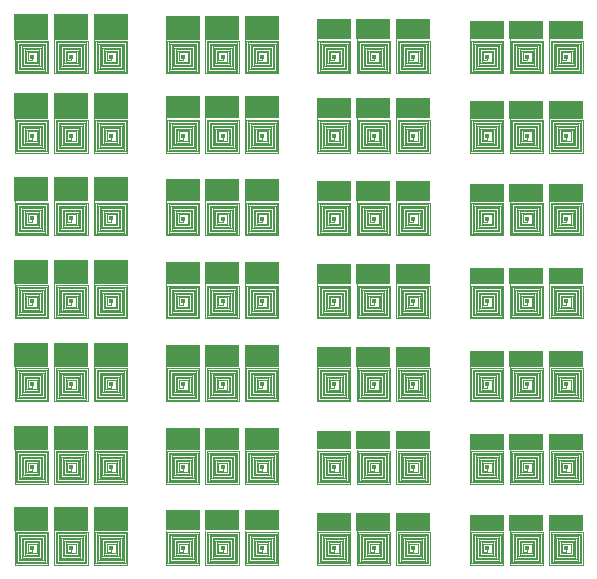
<source format=gtl>
G04 Layer_Physical_Order=1*
G04 Layer_Color=255*
%FSLAX25Y25*%
%MOIN*%
G70*
G01*
G75*
%ADD10C,0.00240*%
%ADD11R,0.11400X0.08680*%
%ADD12R,0.11400X0.08540*%
%ADD13R,0.11400X0.08420*%
%ADD14R,0.11400X0.08320*%
%ADD15R,0.11400X0.08180*%
%ADD16R,0.11400X0.08060*%
%ADD17R,0.11400X0.07940*%
%ADD18R,0.11400X0.07120*%
%ADD19R,0.11400X0.07240*%
%ADD20R,0.11400X0.07360*%
%ADD21R,0.11400X0.07500*%
%ADD22R,0.11400X0.07600*%
%ADD23R,0.11400X0.07720*%
%ADD24R,0.11400X0.07840*%
%ADD25R,0.11400X0.06280*%
%ADD26R,0.11400X0.06400*%
%ADD27R,0.11400X0.06520*%
%ADD28R,0.11400X0.06660*%
%ADD29R,0.11400X0.06760*%
%ADD30R,0.11400X0.06880*%
%ADD31R,0.11400X0.07000*%
%ADD32R,0.11400X0.05440*%
%ADD33R,0.11400X0.05560*%
%ADD34R,0.11400X0.05680*%
%ADD35R,0.11400X0.05820*%
%ADD36R,0.11400X0.05920*%
%ADD37R,0.11400X0.06040*%
%ADD38R,0.11400X0.06160*%
%ADD39C,0.01600*%
D10*
X-53520Y269720D02*
Y280640D01*
X-64680Y269720D02*
X-53520D01*
X-64680D02*
Y281120D01*
X-58920Y274040D02*
Y275240D01*
X-60360Y274040D02*
X-58920D01*
X-60360D02*
Y276800D01*
X-57360D01*
Y273560D02*
Y276800D01*
X-60840Y273560D02*
X-57360D01*
X-60840D02*
Y277280D01*
X-56880D01*
Y273080D02*
Y277280D01*
X-61320Y277760D02*
X-56400D01*
Y272600D02*
Y277760D01*
X-61800Y272600D02*
X-56400D01*
X-61320Y273080D02*
Y277760D01*
Y273080D02*
X-56880D01*
X-61800Y278240D02*
X-55920D01*
Y272120D02*
Y278240D01*
X-62280Y272120D02*
X-55920D01*
X-61800Y272600D02*
Y278240D01*
X-55440Y271640D02*
Y278720D01*
X-62280D02*
X-55440D01*
X-62280Y272120D02*
Y278720D01*
X-54960Y271160D02*
Y279200D01*
X-62760D02*
X-54960D01*
X-62760Y271640D02*
Y279200D01*
X-54480Y270680D02*
Y279680D01*
X-63240D02*
X-54480D01*
X-63240Y271160D02*
Y279680D01*
X-54000Y270200D02*
Y280160D01*
X-63720D02*
X-54000D01*
X-63720Y270680D02*
Y280160D01*
X-64200Y280640D02*
X-53520D01*
X-64200Y270200D02*
Y280640D01*
X-62760Y271640D02*
X-55440D01*
X-63240Y271160D02*
X-54960D01*
X-63720Y270680D02*
X-54480D01*
X-64200Y270200D02*
X-54000D01*
X-51000D02*
X-40800D01*
X-50520Y270680D02*
X-41280D01*
X-50040Y271160D02*
X-41760D01*
X-49560Y271640D02*
X-42240D01*
X-51000Y270200D02*
Y280640D01*
X-40320D01*
X-50520Y270680D02*
Y280160D01*
X-40800D01*
Y270200D02*
Y280160D01*
X-50040Y271160D02*
Y279680D01*
X-41280D01*
Y270680D02*
Y279680D01*
X-49560Y271640D02*
Y279200D01*
X-41760D01*
Y271160D02*
Y279200D01*
X-49080Y272120D02*
Y278720D01*
X-42240D01*
Y271640D02*
Y278720D01*
X-48600Y272600D02*
Y278240D01*
X-49080Y272120D02*
X-42720D01*
Y278240D01*
X-48600D02*
X-42720D01*
X-48120Y273080D02*
X-43680D01*
X-48120D02*
Y277760D01*
X-48600Y272600D02*
X-43200D01*
Y277760D01*
X-48120D02*
X-43200D01*
X-43680Y273080D02*
Y277280D01*
X-47640D02*
X-43680D01*
X-47640Y273560D02*
Y277280D01*
Y273560D02*
X-44160D01*
Y276800D01*
X-47160D02*
X-44160D01*
X-47160Y274040D02*
Y276800D01*
Y274040D02*
X-45720D01*
Y275240D01*
X-51480Y269720D02*
Y281120D01*
Y269720D02*
X-40320D01*
Y280640D01*
X-37800Y270200D02*
X-27600D01*
X-37320Y270680D02*
X-28080D01*
X-36840Y271160D02*
X-28560D01*
X-36360Y271640D02*
X-29040D01*
X-37800Y270200D02*
Y280640D01*
X-27120D01*
X-37320Y270680D02*
Y280160D01*
X-27600D01*
Y270200D02*
Y280160D01*
X-36840Y271160D02*
Y279680D01*
X-28080D01*
Y270680D02*
Y279680D01*
X-36360Y271640D02*
Y279200D01*
X-28560D01*
Y271160D02*
Y279200D01*
X-35880Y272120D02*
Y278720D01*
X-29040D01*
Y271640D02*
Y278720D01*
X-35400Y272600D02*
Y278240D01*
X-35880Y272120D02*
X-29520D01*
Y278240D01*
X-35400D02*
X-29520D01*
X-34920Y273080D02*
X-30480D01*
X-34920D02*
Y277760D01*
X-35400Y272600D02*
X-30000D01*
Y277760D01*
X-34920D02*
X-30000D01*
X-30480Y273080D02*
Y277280D01*
X-34440D02*
X-30480D01*
X-34440Y273560D02*
Y277280D01*
Y273560D02*
X-30960D01*
Y276800D01*
X-33960D02*
X-30960D01*
X-33960Y274040D02*
Y276800D01*
Y274040D02*
X-32520D01*
Y275240D01*
X-38280Y269720D02*
Y281120D01*
Y269720D02*
X-27120D01*
Y280640D01*
Y243340D02*
Y254260D01*
X-38280Y243340D02*
X-27120D01*
X-38280D02*
Y254740D01*
X-32520Y247660D02*
Y248860D01*
X-33960Y247660D02*
X-32520D01*
X-33960D02*
Y250420D01*
X-30960D01*
Y247180D02*
Y250420D01*
X-34440Y247180D02*
X-30960D01*
X-34440D02*
Y250900D01*
X-30480D01*
Y246700D02*
Y250900D01*
X-34920Y251380D02*
X-30000D01*
Y246220D02*
Y251380D01*
X-35400Y246220D02*
X-30000D01*
X-34920Y246700D02*
Y251380D01*
Y246700D02*
X-30480D01*
X-35400Y251860D02*
X-29520D01*
Y245740D02*
Y251860D01*
X-35880Y245740D02*
X-29520D01*
X-35400Y246220D02*
Y251860D01*
X-29040Y245260D02*
Y252340D01*
X-35880D02*
X-29040D01*
X-35880Y245740D02*
Y252340D01*
X-28560Y244780D02*
Y252820D01*
X-36360D02*
X-28560D01*
X-36360Y245260D02*
Y252820D01*
X-28080Y244300D02*
Y253300D01*
X-36840D02*
X-28080D01*
X-36840Y244780D02*
Y253300D01*
X-27600Y243820D02*
Y253780D01*
X-37320D02*
X-27600D01*
X-37320Y244300D02*
Y253780D01*
X-37800Y254260D02*
X-27120D01*
X-37800Y243820D02*
Y254260D01*
X-36360Y245260D02*
X-29040D01*
X-36840Y244780D02*
X-28560D01*
X-37320Y244300D02*
X-28080D01*
X-37800Y243820D02*
X-27600D01*
X-40320Y243340D02*
Y254260D01*
X-51480Y243340D02*
X-40320D01*
X-51480D02*
Y254740D01*
X-45720Y247660D02*
Y248860D01*
X-47160Y247660D02*
X-45720D01*
X-47160D02*
Y250420D01*
X-44160D01*
Y247180D02*
Y250420D01*
X-47640Y247180D02*
X-44160D01*
X-47640D02*
Y250900D01*
X-43680D01*
Y246700D02*
Y250900D01*
X-48120Y251380D02*
X-43200D01*
Y246220D02*
Y251380D01*
X-48600Y246220D02*
X-43200D01*
X-48120Y246700D02*
Y251380D01*
Y246700D02*
X-43680D01*
X-48600Y251860D02*
X-42720D01*
Y245740D02*
Y251860D01*
X-49080Y245740D02*
X-42720D01*
X-48600Y246220D02*
Y251860D01*
X-42240Y245260D02*
Y252340D01*
X-49080D02*
X-42240D01*
X-49080Y245740D02*
Y252340D01*
X-41760Y244780D02*
Y252820D01*
X-49560D02*
X-41760D01*
X-49560Y245260D02*
Y252820D01*
X-41280Y244300D02*
Y253300D01*
X-50040D02*
X-41280D01*
X-50040Y244780D02*
Y253300D01*
X-40800Y243820D02*
Y253780D01*
X-50520D02*
X-40800D01*
X-50520Y244300D02*
Y253780D01*
X-51000Y254260D02*
X-40320D01*
X-51000Y243820D02*
Y254260D01*
X-49560Y245260D02*
X-42240D01*
X-50040Y244780D02*
X-41760D01*
X-50520Y244300D02*
X-41280D01*
X-51000Y243820D02*
X-40800D01*
X-64200D02*
X-54000D01*
X-63720Y244300D02*
X-54480D01*
X-63240Y244780D02*
X-54960D01*
X-62760Y245260D02*
X-55440D01*
X-64200Y243820D02*
Y254260D01*
X-53520D01*
X-63720Y244300D02*
Y253780D01*
X-54000D01*
Y243820D02*
Y253780D01*
X-63240Y244780D02*
Y253300D01*
X-54480D01*
Y244300D02*
Y253300D01*
X-62760Y245260D02*
Y252820D01*
X-54960D01*
Y244780D02*
Y252820D01*
X-62280Y245740D02*
Y252340D01*
X-55440D01*
Y245260D02*
Y252340D01*
X-61800Y246220D02*
Y251860D01*
X-62280Y245740D02*
X-55920D01*
Y251860D01*
X-61800D02*
X-55920D01*
X-61320Y246700D02*
X-56880D01*
X-61320D02*
Y251380D01*
X-61800Y246220D02*
X-56400D01*
Y251380D01*
X-61320D02*
X-56400D01*
X-56880Y246700D02*
Y250900D01*
X-60840D02*
X-56880D01*
X-60840Y247180D02*
Y250900D01*
Y247180D02*
X-57360D01*
Y250420D01*
X-60360D02*
X-57360D01*
X-60360Y247660D02*
Y250420D01*
Y247660D02*
X-58920D01*
Y248860D01*
X-64680Y243340D02*
Y254740D01*
Y243340D02*
X-53520D01*
Y254260D01*
X-27120Y215740D02*
Y226660D01*
X-38280Y215740D02*
X-27120D01*
X-38280D02*
Y227140D01*
X-32520Y220060D02*
Y221260D01*
X-33960Y220060D02*
X-32520D01*
X-33960D02*
Y222820D01*
X-30960D01*
Y219580D02*
Y222820D01*
X-34440Y219580D02*
X-30960D01*
X-34440D02*
Y223300D01*
X-30480D01*
Y219100D02*
Y223300D01*
X-34920Y223780D02*
X-30000D01*
Y218620D02*
Y223780D01*
X-35400Y218620D02*
X-30000D01*
X-34920Y219100D02*
Y223780D01*
Y219100D02*
X-30480D01*
X-35400Y224260D02*
X-29520D01*
Y218140D02*
Y224260D01*
X-35880Y218140D02*
X-29520D01*
X-35400Y218620D02*
Y224260D01*
X-29040Y217660D02*
Y224740D01*
X-35880D02*
X-29040D01*
X-35880Y218140D02*
Y224740D01*
X-28560Y217180D02*
Y225220D01*
X-36360D02*
X-28560D01*
X-36360Y217660D02*
Y225220D01*
X-28080Y216700D02*
Y225700D01*
X-36840D02*
X-28080D01*
X-36840Y217180D02*
Y225700D01*
X-27600Y216220D02*
Y226180D01*
X-37320D02*
X-27600D01*
X-37320Y216700D02*
Y226180D01*
X-37800Y226660D02*
X-27120D01*
X-37800Y216220D02*
Y226660D01*
X-36360Y217660D02*
X-29040D01*
X-36840Y217180D02*
X-28560D01*
X-37320Y216700D02*
X-28080D01*
X-37800Y216220D02*
X-27600D01*
X-40320Y215740D02*
Y226660D01*
X-51480Y215740D02*
X-40320D01*
X-51480D02*
Y227140D01*
X-45720Y220060D02*
Y221260D01*
X-47160Y220060D02*
X-45720D01*
X-47160D02*
Y222820D01*
X-44160D01*
Y219580D02*
Y222820D01*
X-47640Y219580D02*
X-44160D01*
X-47640D02*
Y223300D01*
X-43680D01*
Y219100D02*
Y223300D01*
X-48120Y223780D02*
X-43200D01*
Y218620D02*
Y223780D01*
X-48600Y218620D02*
X-43200D01*
X-48120Y219100D02*
Y223780D01*
Y219100D02*
X-43680D01*
X-48600Y224260D02*
X-42720D01*
Y218140D02*
Y224260D01*
X-49080Y218140D02*
X-42720D01*
X-48600Y218620D02*
Y224260D01*
X-42240Y217660D02*
Y224740D01*
X-49080D02*
X-42240D01*
X-49080Y218140D02*
Y224740D01*
X-41760Y217180D02*
Y225220D01*
X-49560D02*
X-41760D01*
X-49560Y217660D02*
Y225220D01*
X-41280Y216700D02*
Y225700D01*
X-50040D02*
X-41280D01*
X-50040Y217180D02*
Y225700D01*
X-40800Y216220D02*
Y226180D01*
X-50520D02*
X-40800D01*
X-50520Y216700D02*
Y226180D01*
X-51000Y226660D02*
X-40320D01*
X-51000Y216220D02*
Y226660D01*
X-49560Y217660D02*
X-42240D01*
X-50040Y217180D02*
X-41760D01*
X-50520Y216700D02*
X-41280D01*
X-51000Y216220D02*
X-40800D01*
X-64200D02*
X-54000D01*
X-63720Y216700D02*
X-54480D01*
X-63240Y217180D02*
X-54960D01*
X-62760Y217660D02*
X-55440D01*
X-64200Y216220D02*
Y226660D01*
X-53520D01*
X-63720Y216700D02*
Y226180D01*
X-54000D01*
Y216220D02*
Y226180D01*
X-63240Y217180D02*
Y225700D01*
X-54480D01*
Y216700D02*
Y225700D01*
X-62760Y217660D02*
Y225220D01*
X-54960D01*
Y217180D02*
Y225220D01*
X-62280Y218140D02*
Y224740D01*
X-55440D01*
Y217660D02*
Y224740D01*
X-61800Y218620D02*
Y224260D01*
X-62280Y218140D02*
X-55920D01*
Y224260D01*
X-61800D02*
X-55920D01*
X-61320Y219100D02*
X-56880D01*
X-61320D02*
Y223780D01*
X-61800Y218620D02*
X-56400D01*
Y223780D01*
X-61320D02*
X-56400D01*
X-56880Y219100D02*
Y223300D01*
X-60840D02*
X-56880D01*
X-60840Y219580D02*
Y223300D01*
Y219580D02*
X-57360D01*
Y222820D01*
X-60360D02*
X-57360D01*
X-60360Y220060D02*
Y222820D01*
Y220060D02*
X-58920D01*
Y221260D01*
X-64680Y215740D02*
Y227140D01*
Y215740D02*
X-53520D01*
Y226660D01*
X-27120Y188120D02*
Y199040D01*
X-38280Y188120D02*
X-27120D01*
X-38280D02*
Y199520D01*
X-32520Y192440D02*
Y193640D01*
X-33960Y192440D02*
X-32520D01*
X-33960D02*
Y195200D01*
X-30960D01*
Y191960D02*
Y195200D01*
X-34440Y191960D02*
X-30960D01*
X-34440D02*
Y195680D01*
X-30480D01*
Y191480D02*
Y195680D01*
X-34920Y196160D02*
X-30000D01*
Y191000D02*
Y196160D01*
X-35400Y191000D02*
X-30000D01*
X-34920Y191480D02*
Y196160D01*
Y191480D02*
X-30480D01*
X-35400Y196640D02*
X-29520D01*
Y190520D02*
Y196640D01*
X-35880Y190520D02*
X-29520D01*
X-35400Y191000D02*
Y196640D01*
X-29040Y190040D02*
Y197120D01*
X-35880D02*
X-29040D01*
X-35880Y190520D02*
Y197120D01*
X-28560Y189560D02*
Y197600D01*
X-36360D02*
X-28560D01*
X-36360Y190040D02*
Y197600D01*
X-28080Y189080D02*
Y198080D01*
X-36840D02*
X-28080D01*
X-36840Y189560D02*
Y198080D01*
X-27600Y188600D02*
Y198560D01*
X-37320D02*
X-27600D01*
X-37320Y189080D02*
Y198560D01*
X-37800Y199040D02*
X-27120D01*
X-37800Y188600D02*
Y199040D01*
X-36360Y190040D02*
X-29040D01*
X-36840Y189560D02*
X-28560D01*
X-37320Y189080D02*
X-28080D01*
X-37800Y188600D02*
X-27600D01*
X-40320Y188120D02*
Y199040D01*
X-51480Y188120D02*
X-40320D01*
X-51480D02*
Y199520D01*
X-45720Y192440D02*
Y193640D01*
X-47160Y192440D02*
X-45720D01*
X-47160D02*
Y195200D01*
X-44160D01*
Y191960D02*
Y195200D01*
X-47640Y191960D02*
X-44160D01*
X-47640D02*
Y195680D01*
X-43680D01*
Y191480D02*
Y195680D01*
X-48120Y196160D02*
X-43200D01*
Y191000D02*
Y196160D01*
X-48600Y191000D02*
X-43200D01*
X-48120Y191480D02*
Y196160D01*
Y191480D02*
X-43680D01*
X-48600Y196640D02*
X-42720D01*
Y190520D02*
Y196640D01*
X-49080Y190520D02*
X-42720D01*
X-48600Y191000D02*
Y196640D01*
X-42240Y190040D02*
Y197120D01*
X-49080D02*
X-42240D01*
X-49080Y190520D02*
Y197120D01*
X-41760Y189560D02*
Y197600D01*
X-49560D02*
X-41760D01*
X-49560Y190040D02*
Y197600D01*
X-41280Y189080D02*
Y198080D01*
X-50040D02*
X-41280D01*
X-50040Y189560D02*
Y198080D01*
X-40800Y188600D02*
Y198560D01*
X-50520D02*
X-40800D01*
X-50520Y189080D02*
Y198560D01*
X-51000Y199040D02*
X-40320D01*
X-51000Y188600D02*
Y199040D01*
X-49560Y190040D02*
X-42240D01*
X-50040Y189560D02*
X-41760D01*
X-50520Y189080D02*
X-41280D01*
X-51000Y188600D02*
X-40800D01*
X-64200D02*
X-54000D01*
X-63720Y189080D02*
X-54480D01*
X-63240Y189560D02*
X-54960D01*
X-62760Y190040D02*
X-55440D01*
X-64200Y188600D02*
Y199040D01*
X-53520D01*
X-63720Y189080D02*
Y198560D01*
X-54000D01*
Y188600D02*
Y198560D01*
X-63240Y189560D02*
Y198080D01*
X-54480D01*
Y189080D02*
Y198080D01*
X-62760Y190040D02*
Y197600D01*
X-54960D01*
Y189560D02*
Y197600D01*
X-62280Y190520D02*
Y197120D01*
X-55440D01*
Y190040D02*
Y197120D01*
X-61800Y191000D02*
Y196640D01*
X-62280Y190520D02*
X-55920D01*
Y196640D01*
X-61800D02*
X-55920D01*
X-61320Y191480D02*
X-56880D01*
X-61320D02*
Y196160D01*
X-61800Y191000D02*
X-56400D01*
Y196160D01*
X-61320D02*
X-56400D01*
X-56880Y191480D02*
Y195680D01*
X-60840D02*
X-56880D01*
X-60840Y191960D02*
Y195680D01*
Y191960D02*
X-57360D01*
Y195200D01*
X-60360D02*
X-57360D01*
X-60360Y192440D02*
Y195200D01*
Y192440D02*
X-58920D01*
Y193640D01*
X-64680Y188120D02*
Y199520D01*
Y188120D02*
X-53520D01*
Y199040D01*
X-27120Y160540D02*
Y171460D01*
X-38280Y160540D02*
X-27120D01*
X-38280D02*
Y171940D01*
X-32520Y164860D02*
Y166060D01*
X-33960Y164860D02*
X-32520D01*
X-33960D02*
Y167620D01*
X-30960D01*
Y164380D02*
Y167620D01*
X-34440Y164380D02*
X-30960D01*
X-34440D02*
Y168100D01*
X-30480D01*
Y163900D02*
Y168100D01*
X-34920Y168580D02*
X-30000D01*
Y163420D02*
Y168580D01*
X-35400Y163420D02*
X-30000D01*
X-34920Y163900D02*
Y168580D01*
Y163900D02*
X-30480D01*
X-35400Y169060D02*
X-29520D01*
Y162940D02*
Y169060D01*
X-35880Y162940D02*
X-29520D01*
X-35400Y163420D02*
Y169060D01*
X-29040Y162460D02*
Y169540D01*
X-35880D02*
X-29040D01*
X-35880Y162940D02*
Y169540D01*
X-28560Y161980D02*
Y170020D01*
X-36360D02*
X-28560D01*
X-36360Y162460D02*
Y170020D01*
X-28080Y161500D02*
Y170500D01*
X-36840D02*
X-28080D01*
X-36840Y161980D02*
Y170500D01*
X-27600Y161020D02*
Y170980D01*
X-37320D02*
X-27600D01*
X-37320Y161500D02*
Y170980D01*
X-37800Y171460D02*
X-27120D01*
X-37800Y161020D02*
Y171460D01*
X-36360Y162460D02*
X-29040D01*
X-36840Y161980D02*
X-28560D01*
X-37320Y161500D02*
X-28080D01*
X-37800Y161020D02*
X-27600D01*
X-40320Y160540D02*
Y171460D01*
X-51480Y160540D02*
X-40320D01*
X-51480D02*
Y171940D01*
X-45720Y164860D02*
Y166060D01*
X-47160Y164860D02*
X-45720D01*
X-47160D02*
Y167620D01*
X-44160D01*
Y164380D02*
Y167620D01*
X-47640Y164380D02*
X-44160D01*
X-47640D02*
Y168100D01*
X-43680D01*
Y163900D02*
Y168100D01*
X-48120Y168580D02*
X-43200D01*
Y163420D02*
Y168580D01*
X-48600Y163420D02*
X-43200D01*
X-48120Y163900D02*
Y168580D01*
Y163900D02*
X-43680D01*
X-48600Y169060D02*
X-42720D01*
Y162940D02*
Y169060D01*
X-49080Y162940D02*
X-42720D01*
X-48600Y163420D02*
Y169060D01*
X-42240Y162460D02*
Y169540D01*
X-49080D02*
X-42240D01*
X-49080Y162940D02*
Y169540D01*
X-41760Y161980D02*
Y170020D01*
X-49560D02*
X-41760D01*
X-49560Y162460D02*
Y170020D01*
X-41280Y161500D02*
Y170500D01*
X-50040D02*
X-41280D01*
X-50040Y161980D02*
Y170500D01*
X-40800Y161020D02*
Y170980D01*
X-50520D02*
X-40800D01*
X-50520Y161500D02*
Y170980D01*
X-51000Y171460D02*
X-40320D01*
X-51000Y161020D02*
Y171460D01*
X-49560Y162460D02*
X-42240D01*
X-50040Y161980D02*
X-41760D01*
X-50520Y161500D02*
X-41280D01*
X-51000Y161020D02*
X-40800D01*
X-64200D02*
X-54000D01*
X-63720Y161500D02*
X-54480D01*
X-63240Y161980D02*
X-54960D01*
X-62760Y162460D02*
X-55440D01*
X-64200Y161020D02*
Y171460D01*
X-53520D01*
X-63720Y161500D02*
Y170980D01*
X-54000D01*
Y161020D02*
Y170980D01*
X-63240Y161980D02*
Y170500D01*
X-54480D01*
Y161500D02*
Y170500D01*
X-62760Y162460D02*
Y170020D01*
X-54960D01*
Y161980D02*
Y170020D01*
X-62280Y162940D02*
Y169540D01*
X-55440D01*
Y162460D02*
Y169540D01*
X-61800Y163420D02*
Y169060D01*
X-62280Y162940D02*
X-55920D01*
Y169060D01*
X-61800D02*
X-55920D01*
X-61320Y163900D02*
X-56880D01*
X-61320D02*
Y168580D01*
X-61800Y163420D02*
X-56400D01*
Y168580D01*
X-61320D02*
X-56400D01*
X-56880Y163900D02*
Y168100D01*
X-60840D02*
X-56880D01*
X-60840Y164380D02*
Y168100D01*
Y164380D02*
X-57360D01*
Y167620D01*
X-60360D02*
X-57360D01*
X-60360Y164860D02*
Y167620D01*
Y164860D02*
X-58920D01*
Y166060D01*
X-64680Y160540D02*
Y171940D01*
Y160540D02*
X-53520D01*
Y171460D01*
Y132940D02*
Y143860D01*
X-64680Y132940D02*
X-53520D01*
X-64680D02*
Y144340D01*
X-58920Y137260D02*
Y138460D01*
X-60360Y137260D02*
X-58920D01*
X-60360D02*
Y140020D01*
X-57360D01*
Y136780D02*
Y140020D01*
X-60840Y136780D02*
X-57360D01*
X-60840D02*
Y140500D01*
X-56880D01*
Y136300D02*
Y140500D01*
X-61320Y140980D02*
X-56400D01*
Y135820D02*
Y140980D01*
X-61800Y135820D02*
X-56400D01*
X-61320Y136300D02*
Y140980D01*
Y136300D02*
X-56880D01*
X-61800Y141460D02*
X-55920D01*
Y135340D02*
Y141460D01*
X-62280Y135340D02*
X-55920D01*
X-61800Y135820D02*
Y141460D01*
X-55440Y134860D02*
Y141940D01*
X-62280D02*
X-55440D01*
X-62280Y135340D02*
Y141940D01*
X-54960Y134380D02*
Y142420D01*
X-62760D02*
X-54960D01*
X-62760Y134860D02*
Y142420D01*
X-54480Y133900D02*
Y142900D01*
X-63240D02*
X-54480D01*
X-63240Y134380D02*
Y142900D01*
X-54000Y133420D02*
Y143380D01*
X-63720D02*
X-54000D01*
X-63720Y133900D02*
Y143380D01*
X-64200Y143860D02*
X-53520D01*
X-64200Y133420D02*
Y143860D01*
X-62760Y134860D02*
X-55440D01*
X-63240Y134380D02*
X-54960D01*
X-63720Y133900D02*
X-54480D01*
X-64200Y133420D02*
X-54000D01*
X-51000D02*
X-40800D01*
X-50520Y133900D02*
X-41280D01*
X-50040Y134380D02*
X-41760D01*
X-49560Y134860D02*
X-42240D01*
X-51000Y133420D02*
Y143860D01*
X-40320D01*
X-50520Y133900D02*
Y143380D01*
X-40800D01*
Y133420D02*
Y143380D01*
X-50040Y134380D02*
Y142900D01*
X-41280D01*
Y133900D02*
Y142900D01*
X-49560Y134860D02*
Y142420D01*
X-41760D01*
Y134380D02*
Y142420D01*
X-49080Y135340D02*
Y141940D01*
X-42240D01*
Y134860D02*
Y141940D01*
X-48600Y135820D02*
Y141460D01*
X-49080Y135340D02*
X-42720D01*
Y141460D01*
X-48600D02*
X-42720D01*
X-48120Y136300D02*
X-43680D01*
X-48120D02*
Y140980D01*
X-48600Y135820D02*
X-43200D01*
Y140980D01*
X-48120D02*
X-43200D01*
X-43680Y136300D02*
Y140500D01*
X-47640D02*
X-43680D01*
X-47640Y136780D02*
Y140500D01*
Y136780D02*
X-44160D01*
Y140020D01*
X-47160D02*
X-44160D01*
X-47160Y137260D02*
Y140020D01*
Y137260D02*
X-45720D01*
Y138460D01*
X-51480Y132940D02*
Y144340D01*
Y132940D02*
X-40320D01*
Y143860D01*
X-37800Y133420D02*
X-27600D01*
X-37320Y133900D02*
X-28080D01*
X-36840Y134380D02*
X-28560D01*
X-36360Y134860D02*
X-29040D01*
X-37800Y133420D02*
Y143860D01*
X-27120D01*
X-37320Y133900D02*
Y143380D01*
X-27600D01*
Y133420D02*
Y143380D01*
X-36840Y134380D02*
Y142900D01*
X-28080D01*
Y133900D02*
Y142900D01*
X-36360Y134860D02*
Y142420D01*
X-28560D01*
Y134380D02*
Y142420D01*
X-35880Y135340D02*
Y141940D01*
X-29040D01*
Y134860D02*
Y141940D01*
X-35400Y135820D02*
Y141460D01*
X-35880Y135340D02*
X-29520D01*
Y141460D01*
X-35400D02*
X-29520D01*
X-34920Y136300D02*
X-30480D01*
X-34920D02*
Y140980D01*
X-35400Y135820D02*
X-30000D01*
Y140980D01*
X-34920D02*
X-30000D01*
X-30480Y136300D02*
Y140500D01*
X-34440D02*
X-30480D01*
X-34440Y136780D02*
Y140500D01*
Y136780D02*
X-30960D01*
Y140020D01*
X-33960D02*
X-30960D01*
X-33960Y137260D02*
Y140020D01*
Y137260D02*
X-32520D01*
Y138460D01*
X-38280Y132940D02*
Y144340D01*
Y132940D02*
X-27120D01*
Y143860D01*
X-53520Y105940D02*
Y116860D01*
X-64680Y105940D02*
X-53520D01*
X-64680D02*
Y117340D01*
X-58920Y110260D02*
Y111460D01*
X-60360Y110260D02*
X-58920D01*
X-60360D02*
Y113020D01*
X-57360D01*
Y109780D02*
Y113020D01*
X-60840Y109780D02*
X-57360D01*
X-60840D02*
Y113500D01*
X-56880D01*
Y109300D02*
Y113500D01*
X-61320Y113980D02*
X-56400D01*
Y108820D02*
Y113980D01*
X-61800Y108820D02*
X-56400D01*
X-61320Y109300D02*
Y113980D01*
Y109300D02*
X-56880D01*
X-61800Y114460D02*
X-55920D01*
Y108340D02*
Y114460D01*
X-62280Y108340D02*
X-55920D01*
X-61800Y108820D02*
Y114460D01*
X-55440Y107860D02*
Y114940D01*
X-62280D02*
X-55440D01*
X-62280Y108340D02*
Y114940D01*
X-54960Y107380D02*
Y115420D01*
X-62760D02*
X-54960D01*
X-62760Y107860D02*
Y115420D01*
X-54480Y106900D02*
Y115900D01*
X-63240D02*
X-54480D01*
X-63240Y107380D02*
Y115900D01*
X-54000Y106420D02*
Y116380D01*
X-63720D02*
X-54000D01*
X-63720Y106900D02*
Y116380D01*
X-64200Y116860D02*
X-53520D01*
X-64200Y106420D02*
Y116860D01*
X-62760Y107860D02*
X-55440D01*
X-63240Y107380D02*
X-54960D01*
X-63720Y106900D02*
X-54480D01*
X-64200Y106420D02*
X-54000D01*
X-51000D02*
X-40800D01*
X-50520Y106900D02*
X-41280D01*
X-50040Y107380D02*
X-41760D01*
X-49560Y107860D02*
X-42240D01*
X-51000Y106420D02*
Y116860D01*
X-40320D01*
X-50520Y106900D02*
Y116380D01*
X-40800D01*
Y106420D02*
Y116380D01*
X-50040Y107380D02*
Y115900D01*
X-41280D01*
Y106900D02*
Y115900D01*
X-49560Y107860D02*
Y115420D01*
X-41760D01*
Y107380D02*
Y115420D01*
X-49080Y108340D02*
Y114940D01*
X-42240D01*
Y107860D02*
Y114940D01*
X-48600Y108820D02*
Y114460D01*
X-49080Y108340D02*
X-42720D01*
Y114460D01*
X-48600D02*
X-42720D01*
X-48120Y109300D02*
X-43680D01*
X-48120D02*
Y113980D01*
X-48600Y108820D02*
X-43200D01*
Y113980D01*
X-48120D02*
X-43200D01*
X-43680Y109300D02*
Y113500D01*
X-47640D02*
X-43680D01*
X-47640Y109780D02*
Y113500D01*
Y109780D02*
X-44160D01*
Y113020D01*
X-47160D02*
X-44160D01*
X-47160Y110260D02*
Y113020D01*
Y110260D02*
X-45720D01*
Y111460D01*
X-51480Y105940D02*
Y117340D01*
Y105940D02*
X-40320D01*
Y116860D01*
X-37800Y106420D02*
X-27600D01*
X-37320Y106900D02*
X-28080D01*
X-36840Y107380D02*
X-28560D01*
X-36360Y107860D02*
X-29040D01*
X-37800Y106420D02*
Y116860D01*
X-27120D01*
X-37320Y106900D02*
Y116380D01*
X-27600D01*
Y106420D02*
Y116380D01*
X-36840Y107380D02*
Y115900D01*
X-28080D01*
Y106900D02*
Y115900D01*
X-36360Y107860D02*
Y115420D01*
X-28560D01*
Y107380D02*
Y115420D01*
X-35880Y108340D02*
Y114940D01*
X-29040D01*
Y107860D02*
Y114940D01*
X-35400Y108820D02*
Y114460D01*
X-35880Y108340D02*
X-29520D01*
Y114460D01*
X-35400D02*
X-29520D01*
X-34920Y109300D02*
X-30480D01*
X-34920D02*
Y113980D01*
X-35400Y108820D02*
X-30000D01*
Y113980D01*
X-34920D02*
X-30000D01*
X-30480Y109300D02*
Y113500D01*
X-34440D02*
X-30480D01*
X-34440Y109780D02*
Y113500D01*
Y109780D02*
X-30960D01*
Y113020D01*
X-33960D02*
X-30960D01*
X-33960Y110260D02*
Y113020D01*
Y110260D02*
X-32520D01*
Y111460D01*
X-38280Y105940D02*
Y117340D01*
Y105940D02*
X-27120D01*
Y116860D01*
X23280Y105920D02*
Y116840D01*
X12120Y105920D02*
X23280D01*
X12120D02*
Y117320D01*
X17880Y110240D02*
Y111440D01*
X16440Y110240D02*
X17880D01*
X16440D02*
Y113000D01*
X19440D01*
Y109760D02*
Y113000D01*
X15960Y109760D02*
X19440D01*
X15960D02*
Y113480D01*
X19920D01*
Y109280D02*
Y113480D01*
X15480Y113960D02*
X20400D01*
Y108800D02*
Y113960D01*
X15000Y108800D02*
X20400D01*
X15480Y109280D02*
Y113960D01*
Y109280D02*
X19920D01*
X15000Y114440D02*
X20880D01*
Y108320D02*
Y114440D01*
X14520Y108320D02*
X20880D01*
X15000Y108800D02*
Y114440D01*
X21360Y107840D02*
Y114920D01*
X14520D02*
X21360D01*
X14520Y108320D02*
Y114920D01*
X21840Y107360D02*
Y115400D01*
X14040D02*
X21840D01*
X14040Y107840D02*
Y115400D01*
X22320Y106880D02*
Y115880D01*
X13560D02*
X22320D01*
X13560Y107360D02*
Y115880D01*
X22800Y106400D02*
Y116360D01*
X13080D02*
X22800D01*
X13080Y106880D02*
Y116360D01*
X12600Y116840D02*
X23280D01*
X12600Y106400D02*
Y116840D01*
X14040Y107840D02*
X21360D01*
X13560Y107360D02*
X21840D01*
X13080Y106880D02*
X22320D01*
X12600Y106400D02*
X22800D01*
X10080Y105920D02*
Y116840D01*
X-1080Y105920D02*
X10080D01*
X-1080D02*
Y117320D01*
X4680Y110240D02*
Y111440D01*
X3240Y110240D02*
X4680D01*
X3240D02*
Y113000D01*
X6240D01*
Y109760D02*
Y113000D01*
X2760Y109760D02*
X6240D01*
X2760D02*
Y113480D01*
X6720D01*
Y109280D02*
Y113480D01*
X2280Y113960D02*
X7200D01*
Y108800D02*
Y113960D01*
X1800Y108800D02*
X7200D01*
X2280Y109280D02*
Y113960D01*
Y109280D02*
X6720D01*
X1800Y114440D02*
X7680D01*
Y108320D02*
Y114440D01*
X1320Y108320D02*
X7680D01*
X1800Y108800D02*
Y114440D01*
X8160Y107840D02*
Y114920D01*
X1320D02*
X8160D01*
X1320Y108320D02*
Y114920D01*
X8640Y107360D02*
Y115400D01*
X840D02*
X8640D01*
X840Y107840D02*
Y115400D01*
X9120Y106880D02*
Y115880D01*
X360D02*
X9120D01*
X360Y107360D02*
Y115880D01*
X9600Y106400D02*
Y116360D01*
X-120D02*
X9600D01*
X-120Y106880D02*
Y116360D01*
X-600Y116840D02*
X10080D01*
X-600Y106400D02*
Y116840D01*
X840Y107840D02*
X8160D01*
X360Y107360D02*
X8640D01*
X-120Y106880D02*
X9120D01*
X-600Y106400D02*
X9600D01*
X-13800D02*
X-3600D01*
X-13320Y106880D02*
X-4080D01*
X-12840Y107360D02*
X-4560D01*
X-12360Y107840D02*
X-5040D01*
X-13800Y106400D02*
Y116840D01*
X-3120D01*
X-13320Y106880D02*
Y116360D01*
X-3600D01*
Y106400D02*
Y116360D01*
X-12840Y107360D02*
Y115880D01*
X-4080D01*
Y106880D02*
Y115880D01*
X-12360Y107840D02*
Y115400D01*
X-4560D01*
Y107360D02*
Y115400D01*
X-11880Y108320D02*
Y114920D01*
X-5040D01*
Y107840D02*
Y114920D01*
X-11400Y108800D02*
Y114440D01*
X-11880Y108320D02*
X-5520D01*
Y114440D01*
X-11400D02*
X-5520D01*
X-10920Y109280D02*
X-6480D01*
X-10920D02*
Y113960D01*
X-11400Y108800D02*
X-6000D01*
Y113960D01*
X-10920D02*
X-6000D01*
X-6480Y109280D02*
Y113480D01*
X-10440D02*
X-6480D01*
X-10440Y109760D02*
Y113480D01*
Y109760D02*
X-6960D01*
Y113000D01*
X-9960D02*
X-6960D01*
X-9960Y110240D02*
Y113000D01*
Y110240D02*
X-8520D01*
Y111440D01*
X-14280Y105920D02*
Y117320D01*
Y105920D02*
X-3120D01*
Y116840D01*
X23280Y132920D02*
Y143840D01*
X12120Y132920D02*
X23280D01*
X12120D02*
Y144320D01*
X17880Y137240D02*
Y138440D01*
X16440Y137240D02*
X17880D01*
X16440D02*
Y140000D01*
X19440D01*
Y136760D02*
Y140000D01*
X15960Y136760D02*
X19440D01*
X15960D02*
Y140480D01*
X19920D01*
Y136280D02*
Y140480D01*
X15480Y140960D02*
X20400D01*
Y135800D02*
Y140960D01*
X15000Y135800D02*
X20400D01*
X15480Y136280D02*
Y140960D01*
Y136280D02*
X19920D01*
X15000Y141440D02*
X20880D01*
Y135320D02*
Y141440D01*
X14520Y135320D02*
X20880D01*
X15000Y135800D02*
Y141440D01*
X21360Y134840D02*
Y141920D01*
X14520D02*
X21360D01*
X14520Y135320D02*
Y141920D01*
X21840Y134360D02*
Y142400D01*
X14040D02*
X21840D01*
X14040Y134840D02*
Y142400D01*
X22320Y133880D02*
Y142880D01*
X13560D02*
X22320D01*
X13560Y134360D02*
Y142880D01*
X22800Y133400D02*
Y143360D01*
X13080D02*
X22800D01*
X13080Y133880D02*
Y143360D01*
X12600Y143840D02*
X23280D01*
X12600Y133400D02*
Y143840D01*
X14040Y134840D02*
X21360D01*
X13560Y134360D02*
X21840D01*
X13080Y133880D02*
X22320D01*
X12600Y133400D02*
X22800D01*
X10080Y132920D02*
Y143840D01*
X-1080Y132920D02*
X10080D01*
X-1080D02*
Y144320D01*
X4680Y137240D02*
Y138440D01*
X3240Y137240D02*
X4680D01*
X3240D02*
Y140000D01*
X6240D01*
Y136760D02*
Y140000D01*
X2760Y136760D02*
X6240D01*
X2760D02*
Y140480D01*
X6720D01*
Y136280D02*
Y140480D01*
X2280Y140960D02*
X7200D01*
Y135800D02*
Y140960D01*
X1800Y135800D02*
X7200D01*
X2280Y136280D02*
Y140960D01*
Y136280D02*
X6720D01*
X1800Y141440D02*
X7680D01*
Y135320D02*
Y141440D01*
X1320Y135320D02*
X7680D01*
X1800Y135800D02*
Y141440D01*
X8160Y134840D02*
Y141920D01*
X1320D02*
X8160D01*
X1320Y135320D02*
Y141920D01*
X8640Y134360D02*
Y142400D01*
X840D02*
X8640D01*
X840Y134840D02*
Y142400D01*
X9120Y133880D02*
Y142880D01*
X360D02*
X9120D01*
X360Y134360D02*
Y142880D01*
X9600Y133400D02*
Y143360D01*
X-120D02*
X9600D01*
X-120Y133880D02*
Y143360D01*
X-600Y143840D02*
X10080D01*
X-600Y133400D02*
Y143840D01*
X840Y134840D02*
X8160D01*
X360Y134360D02*
X8640D01*
X-120Y133880D02*
X9120D01*
X-600Y133400D02*
X9600D01*
X-13800D02*
X-3600D01*
X-13320Y133880D02*
X-4080D01*
X-12840Y134360D02*
X-4560D01*
X-12360Y134840D02*
X-5040D01*
X-13800Y133400D02*
Y143840D01*
X-3120D01*
X-13320Y133880D02*
Y143360D01*
X-3600D01*
Y133400D02*
Y143360D01*
X-12840Y134360D02*
Y142880D01*
X-4080D01*
Y133880D02*
Y142880D01*
X-12360Y134840D02*
Y142400D01*
X-4560D01*
Y134360D02*
Y142400D01*
X-11880Y135320D02*
Y141920D01*
X-5040D01*
Y134840D02*
Y141920D01*
X-11400Y135800D02*
Y141440D01*
X-11880Y135320D02*
X-5520D01*
Y141440D01*
X-11400D02*
X-5520D01*
X-10920Y136280D02*
X-6480D01*
X-10920D02*
Y140960D01*
X-11400Y135800D02*
X-6000D01*
Y140960D01*
X-10920D02*
X-6000D01*
X-6480Y136280D02*
Y140480D01*
X-10440D02*
X-6480D01*
X-10440Y136760D02*
Y140480D01*
Y136760D02*
X-6960D01*
Y140000D01*
X-9960D02*
X-6960D01*
X-9960Y137240D02*
Y140000D01*
Y137240D02*
X-8520D01*
Y138440D01*
X-14280Y132920D02*
Y144320D01*
Y132920D02*
X-3120D01*
Y143840D01*
Y160520D02*
Y171440D01*
X-14280Y160520D02*
X-3120D01*
X-14280D02*
Y171920D01*
X-8520Y164840D02*
Y166040D01*
X-9960Y164840D02*
X-8520D01*
X-9960D02*
Y167600D01*
X-6960D01*
Y164360D02*
Y167600D01*
X-10440Y164360D02*
X-6960D01*
X-10440D02*
Y168080D01*
X-6480D01*
Y163880D02*
Y168080D01*
X-10920Y168560D02*
X-6000D01*
Y163400D02*
Y168560D01*
X-11400Y163400D02*
X-6000D01*
X-10920Y163880D02*
Y168560D01*
Y163880D02*
X-6480D01*
X-11400Y169040D02*
X-5520D01*
Y162920D02*
Y169040D01*
X-11880Y162920D02*
X-5520D01*
X-11400Y163400D02*
Y169040D01*
X-5040Y162440D02*
Y169520D01*
X-11880D02*
X-5040D01*
X-11880Y162920D02*
Y169520D01*
X-4560Y161960D02*
Y170000D01*
X-12360D02*
X-4560D01*
X-12360Y162440D02*
Y170000D01*
X-4080Y161480D02*
Y170480D01*
X-12840D02*
X-4080D01*
X-12840Y161960D02*
Y170480D01*
X-3600Y161000D02*
Y170960D01*
X-13320D02*
X-3600D01*
X-13320Y161480D02*
Y170960D01*
X-13800Y171440D02*
X-3120D01*
X-13800Y161000D02*
Y171440D01*
X-12360Y162440D02*
X-5040D01*
X-12840Y161960D02*
X-4560D01*
X-13320Y161480D02*
X-4080D01*
X-13800Y161000D02*
X-3600D01*
X-600D02*
X9600D01*
X-120Y161480D02*
X9120D01*
X360Y161960D02*
X8640D01*
X840Y162440D02*
X8160D01*
X-600Y161000D02*
Y171440D01*
X10080D01*
X-120Y161480D02*
Y170960D01*
X9600D01*
Y161000D02*
Y170960D01*
X360Y161960D02*
Y170480D01*
X9120D01*
Y161480D02*
Y170480D01*
X840Y162440D02*
Y170000D01*
X8640D01*
Y161960D02*
Y170000D01*
X1320Y162920D02*
Y169520D01*
X8160D01*
Y162440D02*
Y169520D01*
X1800Y163400D02*
Y169040D01*
X1320Y162920D02*
X7680D01*
Y169040D01*
X1800D02*
X7680D01*
X2280Y163880D02*
X6720D01*
X2280D02*
Y168560D01*
X1800Y163400D02*
X7200D01*
Y168560D01*
X2280D02*
X7200D01*
X6720Y163880D02*
Y168080D01*
X2760D02*
X6720D01*
X2760Y164360D02*
Y168080D01*
Y164360D02*
X6240D01*
Y167600D01*
X3240D02*
X6240D01*
X3240Y164840D02*
Y167600D01*
Y164840D02*
X4680D01*
Y166040D01*
X-1080Y160520D02*
Y171920D01*
Y160520D02*
X10080D01*
Y171440D01*
X12600Y161000D02*
X22800D01*
X13080Y161480D02*
X22320D01*
X13560Y161960D02*
X21840D01*
X14040Y162440D02*
X21360D01*
X12600Y161000D02*
Y171440D01*
X23280D01*
X13080Y161480D02*
Y170960D01*
X22800D01*
Y161000D02*
Y170960D01*
X13560Y161960D02*
Y170480D01*
X22320D01*
Y161480D02*
Y170480D01*
X14040Y162440D02*
Y170000D01*
X21840D01*
Y161960D02*
Y170000D01*
X14520Y162920D02*
Y169520D01*
X21360D01*
Y162440D02*
Y169520D01*
X15000Y163400D02*
Y169040D01*
X14520Y162920D02*
X20880D01*
Y169040D01*
X15000D02*
X20880D01*
X15480Y163880D02*
X19920D01*
X15480D02*
Y168560D01*
X15000Y163400D02*
X20400D01*
Y168560D01*
X15480D02*
X20400D01*
X19920Y163880D02*
Y168080D01*
X15960D02*
X19920D01*
X15960Y164360D02*
Y168080D01*
Y164360D02*
X19440D01*
Y167600D01*
X16440D02*
X19440D01*
X16440Y164840D02*
Y167600D01*
Y164840D02*
X17880D01*
Y166040D01*
X12120Y160520D02*
Y171920D01*
Y160520D02*
X23280D01*
Y171440D01*
X-3120Y188100D02*
Y199020D01*
X-14280Y188100D02*
X-3120D01*
X-14280D02*
Y199500D01*
X-8520Y192420D02*
Y193620D01*
X-9960Y192420D02*
X-8520D01*
X-9960D02*
Y195180D01*
X-6960D01*
Y191940D02*
Y195180D01*
X-10440Y191940D02*
X-6960D01*
X-10440D02*
Y195660D01*
X-6480D01*
Y191460D02*
Y195660D01*
X-10920Y196140D02*
X-6000D01*
Y190980D02*
Y196140D01*
X-11400Y190980D02*
X-6000D01*
X-10920Y191460D02*
Y196140D01*
Y191460D02*
X-6480D01*
X-11400Y196620D02*
X-5520D01*
Y190500D02*
Y196620D01*
X-11880Y190500D02*
X-5520D01*
X-11400Y190980D02*
Y196620D01*
X-5040Y190020D02*
Y197100D01*
X-11880D02*
X-5040D01*
X-11880Y190500D02*
Y197100D01*
X-4560Y189540D02*
Y197580D01*
X-12360D02*
X-4560D01*
X-12360Y190020D02*
Y197580D01*
X-4080Y189060D02*
Y198060D01*
X-12840D02*
X-4080D01*
X-12840Y189540D02*
Y198060D01*
X-3600Y188580D02*
Y198540D01*
X-13320D02*
X-3600D01*
X-13320Y189060D02*
Y198540D01*
X-13800Y199020D02*
X-3120D01*
X-13800Y188580D02*
Y199020D01*
X-12360Y190020D02*
X-5040D01*
X-12840Y189540D02*
X-4560D01*
X-13320Y189060D02*
X-4080D01*
X-13800Y188580D02*
X-3600D01*
X-600D02*
X9600D01*
X-120Y189060D02*
X9120D01*
X360Y189540D02*
X8640D01*
X840Y190020D02*
X8160D01*
X-600Y188580D02*
Y199020D01*
X10080D01*
X-120Y189060D02*
Y198540D01*
X9600D01*
Y188580D02*
Y198540D01*
X360Y189540D02*
Y198060D01*
X9120D01*
Y189060D02*
Y198060D01*
X840Y190020D02*
Y197580D01*
X8640D01*
Y189540D02*
Y197580D01*
X1320Y190500D02*
Y197100D01*
X8160D01*
Y190020D02*
Y197100D01*
X1800Y190980D02*
Y196620D01*
X1320Y190500D02*
X7680D01*
Y196620D01*
X1800D02*
X7680D01*
X2280Y191460D02*
X6720D01*
X2280D02*
Y196140D01*
X1800Y190980D02*
X7200D01*
Y196140D01*
X2280D02*
X7200D01*
X6720Y191460D02*
Y195660D01*
X2760D02*
X6720D01*
X2760Y191940D02*
Y195660D01*
Y191940D02*
X6240D01*
Y195180D01*
X3240D02*
X6240D01*
X3240Y192420D02*
Y195180D01*
Y192420D02*
X4680D01*
Y193620D01*
X-1080Y188100D02*
Y199500D01*
Y188100D02*
X10080D01*
Y199020D01*
X12600Y188580D02*
X22800D01*
X13080Y189060D02*
X22320D01*
X13560Y189540D02*
X21840D01*
X14040Y190020D02*
X21360D01*
X12600Y188580D02*
Y199020D01*
X23280D01*
X13080Y189060D02*
Y198540D01*
X22800D01*
Y188580D02*
Y198540D01*
X13560Y189540D02*
Y198060D01*
X22320D01*
Y189060D02*
Y198060D01*
X14040Y190020D02*
Y197580D01*
X21840D01*
Y189540D02*
Y197580D01*
X14520Y190500D02*
Y197100D01*
X21360D01*
Y190020D02*
Y197100D01*
X15000Y190980D02*
Y196620D01*
X14520Y190500D02*
X20880D01*
Y196620D01*
X15000D02*
X20880D01*
X15480Y191460D02*
X19920D01*
X15480D02*
Y196140D01*
X15000Y190980D02*
X20400D01*
Y196140D01*
X15480D02*
X20400D01*
X19920Y191460D02*
Y195660D01*
X15960D02*
X19920D01*
X15960Y191940D02*
Y195660D01*
Y191940D02*
X19440D01*
Y195180D01*
X16440D02*
X19440D01*
X16440Y192420D02*
Y195180D01*
Y192420D02*
X17880D01*
Y193620D01*
X12120Y188100D02*
Y199500D01*
Y188100D02*
X23280D01*
Y199020D01*
X-3120Y215720D02*
Y226640D01*
X-14280Y215720D02*
X-3120D01*
X-14280D02*
Y227120D01*
X-8520Y220040D02*
Y221240D01*
X-9960Y220040D02*
X-8520D01*
X-9960D02*
Y222800D01*
X-6960D01*
Y219560D02*
Y222800D01*
X-10440Y219560D02*
X-6960D01*
X-10440D02*
Y223280D01*
X-6480D01*
Y219080D02*
Y223280D01*
X-10920Y223760D02*
X-6000D01*
Y218600D02*
Y223760D01*
X-11400Y218600D02*
X-6000D01*
X-10920Y219080D02*
Y223760D01*
Y219080D02*
X-6480D01*
X-11400Y224240D02*
X-5520D01*
Y218120D02*
Y224240D01*
X-11880Y218120D02*
X-5520D01*
X-11400Y218600D02*
Y224240D01*
X-5040Y217640D02*
Y224720D01*
X-11880D02*
X-5040D01*
X-11880Y218120D02*
Y224720D01*
X-4560Y217160D02*
Y225200D01*
X-12360D02*
X-4560D01*
X-12360Y217640D02*
Y225200D01*
X-4080Y216680D02*
Y225680D01*
X-12840D02*
X-4080D01*
X-12840Y217160D02*
Y225680D01*
X-3600Y216200D02*
Y226160D01*
X-13320D02*
X-3600D01*
X-13320Y216680D02*
Y226160D01*
X-13800Y226640D02*
X-3120D01*
X-13800Y216200D02*
Y226640D01*
X-12360Y217640D02*
X-5040D01*
X-12840Y217160D02*
X-4560D01*
X-13320Y216680D02*
X-4080D01*
X-13800Y216200D02*
X-3600D01*
X-600D02*
X9600D01*
X-120Y216680D02*
X9120D01*
X360Y217160D02*
X8640D01*
X840Y217640D02*
X8160D01*
X-600Y216200D02*
Y226640D01*
X10080D01*
X-120Y216680D02*
Y226160D01*
X9600D01*
Y216200D02*
Y226160D01*
X360Y217160D02*
Y225680D01*
X9120D01*
Y216680D02*
Y225680D01*
X840Y217640D02*
Y225200D01*
X8640D01*
Y217160D02*
Y225200D01*
X1320Y218120D02*
Y224720D01*
X8160D01*
Y217640D02*
Y224720D01*
X1800Y218600D02*
Y224240D01*
X1320Y218120D02*
X7680D01*
Y224240D01*
X1800D02*
X7680D01*
X2280Y219080D02*
X6720D01*
X2280D02*
Y223760D01*
X1800Y218600D02*
X7200D01*
Y223760D01*
X2280D02*
X7200D01*
X6720Y219080D02*
Y223280D01*
X2760D02*
X6720D01*
X2760Y219560D02*
Y223280D01*
Y219560D02*
X6240D01*
Y222800D01*
X3240D02*
X6240D01*
X3240Y220040D02*
Y222800D01*
Y220040D02*
X4680D01*
Y221240D01*
X-1080Y215720D02*
Y227120D01*
Y215720D02*
X10080D01*
Y226640D01*
X12600Y216200D02*
X22800D01*
X13080Y216680D02*
X22320D01*
X13560Y217160D02*
X21840D01*
X14040Y217640D02*
X21360D01*
X12600Y216200D02*
Y226640D01*
X23280D01*
X13080Y216680D02*
Y226160D01*
X22800D01*
Y216200D02*
Y226160D01*
X13560Y217160D02*
Y225680D01*
X22320D01*
Y216680D02*
Y225680D01*
X14040Y217640D02*
Y225200D01*
X21840D01*
Y217160D02*
Y225200D01*
X14520Y218120D02*
Y224720D01*
X21360D01*
Y217640D02*
Y224720D01*
X15000Y218600D02*
Y224240D01*
X14520Y218120D02*
X20880D01*
Y224240D01*
X15000D02*
X20880D01*
X15480Y219080D02*
X19920D01*
X15480D02*
Y223760D01*
X15000Y218600D02*
X20400D01*
Y223760D01*
X15480D02*
X20400D01*
X19920Y219080D02*
Y223280D01*
X15960D02*
X19920D01*
X15960Y219560D02*
Y223280D01*
Y219560D02*
X19440D01*
Y222800D01*
X16440D02*
X19440D01*
X16440Y220040D02*
Y222800D01*
Y220040D02*
X17880D01*
Y221240D01*
X12120Y215720D02*
Y227120D01*
Y215720D02*
X23280D01*
Y226640D01*
X-3120Y243320D02*
Y254240D01*
X-14280Y243320D02*
X-3120D01*
X-14280D02*
Y254720D01*
X-8520Y247640D02*
Y248840D01*
X-9960Y247640D02*
X-8520D01*
X-9960D02*
Y250400D01*
X-6960D01*
Y247160D02*
Y250400D01*
X-10440Y247160D02*
X-6960D01*
X-10440D02*
Y250880D01*
X-6480D01*
Y246680D02*
Y250880D01*
X-10920Y251360D02*
X-6000D01*
Y246200D02*
Y251360D01*
X-11400Y246200D02*
X-6000D01*
X-10920Y246680D02*
Y251360D01*
Y246680D02*
X-6480D01*
X-11400Y251840D02*
X-5520D01*
Y245720D02*
Y251840D01*
X-11880Y245720D02*
X-5520D01*
X-11400Y246200D02*
Y251840D01*
X-5040Y245240D02*
Y252320D01*
X-11880D02*
X-5040D01*
X-11880Y245720D02*
Y252320D01*
X-4560Y244760D02*
Y252800D01*
X-12360D02*
X-4560D01*
X-12360Y245240D02*
Y252800D01*
X-4080Y244280D02*
Y253280D01*
X-12840D02*
X-4080D01*
X-12840Y244760D02*
Y253280D01*
X-3600Y243800D02*
Y253760D01*
X-13320D02*
X-3600D01*
X-13320Y244280D02*
Y253760D01*
X-13800Y254240D02*
X-3120D01*
X-13800Y243800D02*
Y254240D01*
X-12360Y245240D02*
X-5040D01*
X-12840Y244760D02*
X-4560D01*
X-13320Y244280D02*
X-4080D01*
X-13800Y243800D02*
X-3600D01*
X-600D02*
X9600D01*
X-120Y244280D02*
X9120D01*
X360Y244760D02*
X8640D01*
X840Y245240D02*
X8160D01*
X-600Y243800D02*
Y254240D01*
X10080D01*
X-120Y244280D02*
Y253760D01*
X9600D01*
Y243800D02*
Y253760D01*
X360Y244760D02*
Y253280D01*
X9120D01*
Y244280D02*
Y253280D01*
X840Y245240D02*
Y252800D01*
X8640D01*
Y244760D02*
Y252800D01*
X1320Y245720D02*
Y252320D01*
X8160D01*
Y245240D02*
Y252320D01*
X1800Y246200D02*
Y251840D01*
X1320Y245720D02*
X7680D01*
Y251840D01*
X1800D02*
X7680D01*
X2280Y246680D02*
X6720D01*
X2280D02*
Y251360D01*
X1800Y246200D02*
X7200D01*
Y251360D01*
X2280D02*
X7200D01*
X6720Y246680D02*
Y250880D01*
X2760D02*
X6720D01*
X2760Y247160D02*
Y250880D01*
Y247160D02*
X6240D01*
Y250400D01*
X3240D02*
X6240D01*
X3240Y247640D02*
Y250400D01*
Y247640D02*
X4680D01*
Y248840D01*
X-1080Y243320D02*
Y254720D01*
Y243320D02*
X10080D01*
Y254240D01*
X12600Y243800D02*
X22800D01*
X13080Y244280D02*
X22320D01*
X13560Y244760D02*
X21840D01*
X14040Y245240D02*
X21360D01*
X12600Y243800D02*
Y254240D01*
X23280D01*
X13080Y244280D02*
Y253760D01*
X22800D01*
Y243800D02*
Y253760D01*
X13560Y244760D02*
Y253280D01*
X22320D01*
Y244280D02*
Y253280D01*
X14040Y245240D02*
Y252800D01*
X21840D01*
Y244760D02*
Y252800D01*
X14520Y245720D02*
Y252320D01*
X21360D01*
Y245240D02*
Y252320D01*
X15000Y246200D02*
Y251840D01*
X14520Y245720D02*
X20880D01*
Y251840D01*
X15000D02*
X20880D01*
X15480Y246680D02*
X19920D01*
X15480D02*
Y251360D01*
X15000Y246200D02*
X20400D01*
Y251360D01*
X15480D02*
X20400D01*
X19920Y246680D02*
Y250880D01*
X15960D02*
X19920D01*
X15960Y247160D02*
Y250880D01*
Y247160D02*
X19440D01*
Y250400D01*
X16440D02*
X19440D01*
X16440Y247640D02*
Y250400D01*
Y247640D02*
X17880D01*
Y248840D01*
X12120Y243320D02*
Y254720D01*
Y243320D02*
X23280D01*
Y254240D01*
Y269720D02*
Y280640D01*
X12120Y269720D02*
X23280D01*
X12120D02*
Y281120D01*
X17880Y274040D02*
Y275240D01*
X16440Y274040D02*
X17880D01*
X16440D02*
Y276800D01*
X19440D01*
Y273560D02*
Y276800D01*
X15960Y273560D02*
X19440D01*
X15960D02*
Y277280D01*
X19920D01*
Y273080D02*
Y277280D01*
X15480Y277760D02*
X20400D01*
Y272600D02*
Y277760D01*
X15000Y272600D02*
X20400D01*
X15480Y273080D02*
Y277760D01*
Y273080D02*
X19920D01*
X15000Y278240D02*
X20880D01*
Y272120D02*
Y278240D01*
X14520Y272120D02*
X20880D01*
X15000Y272600D02*
Y278240D01*
X21360Y271640D02*
Y278720D01*
X14520D02*
X21360D01*
X14520Y272120D02*
Y278720D01*
X21840Y271160D02*
Y279200D01*
X14040D02*
X21840D01*
X14040Y271640D02*
Y279200D01*
X22320Y270680D02*
Y279680D01*
X13560D02*
X22320D01*
X13560Y271160D02*
Y279680D01*
X22800Y270200D02*
Y280160D01*
X13080D02*
X22800D01*
X13080Y270680D02*
Y280160D01*
X12600Y280640D02*
X23280D01*
X12600Y270200D02*
Y280640D01*
X14040Y271640D02*
X21360D01*
X13560Y271160D02*
X21840D01*
X13080Y270680D02*
X22320D01*
X12600Y270200D02*
X22800D01*
X10080Y269720D02*
Y280640D01*
X-1080Y269720D02*
X10080D01*
X-1080D02*
Y281120D01*
X4680Y274040D02*
Y275240D01*
X3240Y274040D02*
X4680D01*
X3240D02*
Y276800D01*
X6240D01*
Y273560D02*
Y276800D01*
X2760Y273560D02*
X6240D01*
X2760D02*
Y277280D01*
X6720D01*
Y273080D02*
Y277280D01*
X2280Y277760D02*
X7200D01*
Y272600D02*
Y277760D01*
X1800Y272600D02*
X7200D01*
X2280Y273080D02*
Y277760D01*
Y273080D02*
X6720D01*
X1800Y278240D02*
X7680D01*
Y272120D02*
Y278240D01*
X1320Y272120D02*
X7680D01*
X1800Y272600D02*
Y278240D01*
X8160Y271640D02*
Y278720D01*
X1320D02*
X8160D01*
X1320Y272120D02*
Y278720D01*
X8640Y271160D02*
Y279200D01*
X840D02*
X8640D01*
X840Y271640D02*
Y279200D01*
X9120Y270680D02*
Y279680D01*
X360D02*
X9120D01*
X360Y271160D02*
Y279680D01*
X9600Y270200D02*
Y280160D01*
X-120D02*
X9600D01*
X-120Y270680D02*
Y280160D01*
X-600Y280640D02*
X10080D01*
X-600Y270200D02*
Y280640D01*
X840Y271640D02*
X8160D01*
X360Y271160D02*
X8640D01*
X-120Y270680D02*
X9120D01*
X-600Y270200D02*
X9600D01*
X-13800D02*
X-3600D01*
X-13320Y270680D02*
X-4080D01*
X-12840Y271160D02*
X-4560D01*
X-12360Y271640D02*
X-5040D01*
X-13800Y270200D02*
Y280640D01*
X-3120D01*
X-13320Y270680D02*
Y280160D01*
X-3600D01*
Y270200D02*
Y280160D01*
X-12840Y271160D02*
Y279680D01*
X-4080D01*
Y270680D02*
Y279680D01*
X-12360Y271640D02*
Y279200D01*
X-4560D01*
Y271160D02*
Y279200D01*
X-11880Y272120D02*
Y278720D01*
X-5040D01*
Y271640D02*
Y278720D01*
X-11400Y272600D02*
Y278240D01*
X-11880Y272120D02*
X-5520D01*
Y278240D01*
X-11400D02*
X-5520D01*
X-10920Y273080D02*
X-6480D01*
X-10920D02*
Y277760D01*
X-11400Y272600D02*
X-6000D01*
Y277760D01*
X-10920D02*
X-6000D01*
X-6480Y273080D02*
Y277280D01*
X-10440D02*
X-6480D01*
X-10440Y273560D02*
Y277280D01*
Y273560D02*
X-6960D01*
Y276800D01*
X-9960D02*
X-6960D01*
X-9960Y274040D02*
Y276800D01*
Y274040D02*
X-8520D01*
Y275240D01*
X-14280Y269720D02*
Y281120D01*
Y269720D02*
X-3120D01*
Y280640D01*
X73680Y105920D02*
Y116840D01*
X62520Y105920D02*
X73680D01*
X62520D02*
Y117320D01*
X68280Y110240D02*
Y111440D01*
X66840Y110240D02*
X68280D01*
X66840D02*
Y113000D01*
X69840D01*
Y109760D02*
Y113000D01*
X66360Y109760D02*
X69840D01*
X66360D02*
Y113480D01*
X70320D01*
Y109280D02*
Y113480D01*
X65880Y113960D02*
X70800D01*
Y108800D02*
Y113960D01*
X65400Y108800D02*
X70800D01*
X65880Y109280D02*
Y113960D01*
Y109280D02*
X70320D01*
X65400Y114440D02*
X71280D01*
Y108320D02*
Y114440D01*
X64920Y108320D02*
X71280D01*
X65400Y108800D02*
Y114440D01*
X71760Y107840D02*
Y114920D01*
X64920D02*
X71760D01*
X64920Y108320D02*
Y114920D01*
X72240Y107360D02*
Y115400D01*
X64440D02*
X72240D01*
X64440Y107840D02*
Y115400D01*
X72720Y106880D02*
Y115880D01*
X63960D02*
X72720D01*
X63960Y107360D02*
Y115880D01*
X73200Y106400D02*
Y116360D01*
X63480D02*
X73200D01*
X63480Y106880D02*
Y116360D01*
X63000Y116840D02*
X73680D01*
X63000Y106400D02*
Y116840D01*
X64440Y107840D02*
X71760D01*
X63960Y107360D02*
X72240D01*
X63480Y106880D02*
X72720D01*
X63000Y106400D02*
X73200D01*
X60480Y105920D02*
Y116840D01*
X49320Y105920D02*
X60480D01*
X49320D02*
Y117320D01*
X55080Y110240D02*
Y111440D01*
X53640Y110240D02*
X55080D01*
X53640D02*
Y113000D01*
X56640D01*
Y109760D02*
Y113000D01*
X53160Y109760D02*
X56640D01*
X53160D02*
Y113480D01*
X57120D01*
Y109280D02*
Y113480D01*
X52680Y113960D02*
X57600D01*
Y108800D02*
Y113960D01*
X52200Y108800D02*
X57600D01*
X52680Y109280D02*
Y113960D01*
Y109280D02*
X57120D01*
X52200Y114440D02*
X58080D01*
Y108320D02*
Y114440D01*
X51720Y108320D02*
X58080D01*
X52200Y108800D02*
Y114440D01*
X58560Y107840D02*
Y114920D01*
X51720D02*
X58560D01*
X51720Y108320D02*
Y114920D01*
X59040Y107360D02*
Y115400D01*
X51240D02*
X59040D01*
X51240Y107840D02*
Y115400D01*
X59520Y106880D02*
Y115880D01*
X50760D02*
X59520D01*
X50760Y107360D02*
Y115880D01*
X60000Y106400D02*
Y116360D01*
X50280D02*
X60000D01*
X50280Y106880D02*
Y116360D01*
X49800Y116840D02*
X60480D01*
X49800Y106400D02*
Y116840D01*
X51240Y107840D02*
X58560D01*
X50760Y107360D02*
X59040D01*
X50280Y106880D02*
X59520D01*
X49800Y106400D02*
X60000D01*
X36600D02*
X46800D01*
X37080Y106880D02*
X46320D01*
X37560Y107360D02*
X45840D01*
X38040Y107840D02*
X45360D01*
X36600Y106400D02*
Y116840D01*
X47280D01*
X37080Y106880D02*
Y116360D01*
X46800D01*
Y106400D02*
Y116360D01*
X37560Y107360D02*
Y115880D01*
X46320D01*
Y106880D02*
Y115880D01*
X38040Y107840D02*
Y115400D01*
X45840D01*
Y107360D02*
Y115400D01*
X38520Y108320D02*
Y114920D01*
X45360D01*
Y107840D02*
Y114920D01*
X39000Y108800D02*
Y114440D01*
X38520Y108320D02*
X44880D01*
Y114440D01*
X39000D02*
X44880D01*
X39480Y109280D02*
X43920D01*
X39480D02*
Y113960D01*
X39000Y108800D02*
X44400D01*
Y113960D01*
X39480D02*
X44400D01*
X43920Y109280D02*
Y113480D01*
X39960D02*
X43920D01*
X39960Y109760D02*
Y113480D01*
Y109760D02*
X43440D01*
Y113000D01*
X40440D02*
X43440D01*
X40440Y110240D02*
Y113000D01*
Y110240D02*
X41880D01*
Y111440D01*
X36120Y105920D02*
Y117320D01*
Y105920D02*
X47280D01*
Y116840D01*
X73680Y132920D02*
Y143840D01*
X62520Y132920D02*
X73680D01*
X62520D02*
Y144320D01*
X68280Y137240D02*
Y138440D01*
X66840Y137240D02*
X68280D01*
X66840D02*
Y140000D01*
X69840D01*
Y136760D02*
Y140000D01*
X66360Y136760D02*
X69840D01*
X66360D02*
Y140480D01*
X70320D01*
Y136280D02*
Y140480D01*
X65880Y140960D02*
X70800D01*
Y135800D02*
Y140960D01*
X65400Y135800D02*
X70800D01*
X65880Y136280D02*
Y140960D01*
Y136280D02*
X70320D01*
X65400Y141440D02*
X71280D01*
Y135320D02*
Y141440D01*
X64920Y135320D02*
X71280D01*
X65400Y135800D02*
Y141440D01*
X71760Y134840D02*
Y141920D01*
X64920D02*
X71760D01*
X64920Y135320D02*
Y141920D01*
X72240Y134360D02*
Y142400D01*
X64440D02*
X72240D01*
X64440Y134840D02*
Y142400D01*
X72720Y133880D02*
Y142880D01*
X63960D02*
X72720D01*
X63960Y134360D02*
Y142880D01*
X73200Y133400D02*
Y143360D01*
X63480D02*
X73200D01*
X63480Y133880D02*
Y143360D01*
X63000Y143840D02*
X73680D01*
X63000Y133400D02*
Y143840D01*
X64440Y134840D02*
X71760D01*
X63960Y134360D02*
X72240D01*
X63480Y133880D02*
X72720D01*
X63000Y133400D02*
X73200D01*
X60480Y132920D02*
Y143840D01*
X49320Y132920D02*
X60480D01*
X49320D02*
Y144320D01*
X55080Y137240D02*
Y138440D01*
X53640Y137240D02*
X55080D01*
X53640D02*
Y140000D01*
X56640D01*
Y136760D02*
Y140000D01*
X53160Y136760D02*
X56640D01*
X53160D02*
Y140480D01*
X57120D01*
Y136280D02*
Y140480D01*
X52680Y140960D02*
X57600D01*
Y135800D02*
Y140960D01*
X52200Y135800D02*
X57600D01*
X52680Y136280D02*
Y140960D01*
Y136280D02*
X57120D01*
X52200Y141440D02*
X58080D01*
Y135320D02*
Y141440D01*
X51720Y135320D02*
X58080D01*
X52200Y135800D02*
Y141440D01*
X58560Y134840D02*
Y141920D01*
X51720D02*
X58560D01*
X51720Y135320D02*
Y141920D01*
X59040Y134360D02*
Y142400D01*
X51240D02*
X59040D01*
X51240Y134840D02*
Y142400D01*
X59520Y133880D02*
Y142880D01*
X50760D02*
X59520D01*
X50760Y134360D02*
Y142880D01*
X60000Y133400D02*
Y143360D01*
X50280D02*
X60000D01*
X50280Y133880D02*
Y143360D01*
X49800Y143840D02*
X60480D01*
X49800Y133400D02*
Y143840D01*
X51240Y134840D02*
X58560D01*
X50760Y134360D02*
X59040D01*
X50280Y133880D02*
X59520D01*
X49800Y133400D02*
X60000D01*
X36600D02*
X46800D01*
X37080Y133880D02*
X46320D01*
X37560Y134360D02*
X45840D01*
X38040Y134840D02*
X45360D01*
X36600Y133400D02*
Y143840D01*
X47280D01*
X37080Y133880D02*
Y143360D01*
X46800D01*
Y133400D02*
Y143360D01*
X37560Y134360D02*
Y142880D01*
X46320D01*
Y133880D02*
Y142880D01*
X38040Y134840D02*
Y142400D01*
X45840D01*
Y134360D02*
Y142400D01*
X38520Y135320D02*
Y141920D01*
X45360D01*
Y134840D02*
Y141920D01*
X39000Y135800D02*
Y141440D01*
X38520Y135320D02*
X44880D01*
Y141440D01*
X39000D02*
X44880D01*
X39480Y136280D02*
X43920D01*
X39480D02*
Y140960D01*
X39000Y135800D02*
X44400D01*
Y140960D01*
X39480D02*
X44400D01*
X43920Y136280D02*
Y140480D01*
X39960D02*
X43920D01*
X39960Y136760D02*
Y140480D01*
Y136760D02*
X43440D01*
Y140000D01*
X40440D02*
X43440D01*
X40440Y137240D02*
Y140000D01*
Y137240D02*
X41880D01*
Y138440D01*
X36120Y132920D02*
Y144320D01*
Y132920D02*
X47280D01*
Y143840D01*
Y160520D02*
Y171440D01*
X36120Y160520D02*
X47280D01*
X36120D02*
Y171920D01*
X41880Y164840D02*
Y166040D01*
X40440Y164840D02*
X41880D01*
X40440D02*
Y167600D01*
X43440D01*
Y164360D02*
Y167600D01*
X39960Y164360D02*
X43440D01*
X39960D02*
Y168080D01*
X43920D01*
Y163880D02*
Y168080D01*
X39480Y168560D02*
X44400D01*
Y163400D02*
Y168560D01*
X39000Y163400D02*
X44400D01*
X39480Y163880D02*
Y168560D01*
Y163880D02*
X43920D01*
X39000Y169040D02*
X44880D01*
Y162920D02*
Y169040D01*
X38520Y162920D02*
X44880D01*
X39000Y163400D02*
Y169040D01*
X45360Y162440D02*
Y169520D01*
X38520D02*
X45360D01*
X38520Y162920D02*
Y169520D01*
X45840Y161960D02*
Y170000D01*
X38040D02*
X45840D01*
X38040Y162440D02*
Y170000D01*
X46320Y161480D02*
Y170480D01*
X37560D02*
X46320D01*
X37560Y161960D02*
Y170480D01*
X46800Y161000D02*
Y170960D01*
X37080D02*
X46800D01*
X37080Y161480D02*
Y170960D01*
X36600Y171440D02*
X47280D01*
X36600Y161000D02*
Y171440D01*
X38040Y162440D02*
X45360D01*
X37560Y161960D02*
X45840D01*
X37080Y161480D02*
X46320D01*
X36600Y161000D02*
X46800D01*
X49800D02*
X60000D01*
X50280Y161480D02*
X59520D01*
X50760Y161960D02*
X59040D01*
X51240Y162440D02*
X58560D01*
X49800Y161000D02*
Y171440D01*
X60480D01*
X50280Y161480D02*
Y170960D01*
X60000D01*
Y161000D02*
Y170960D01*
X50760Y161960D02*
Y170480D01*
X59520D01*
Y161480D02*
Y170480D01*
X51240Y162440D02*
Y170000D01*
X59040D01*
Y161960D02*
Y170000D01*
X51720Y162920D02*
Y169520D01*
X58560D01*
Y162440D02*
Y169520D01*
X52200Y163400D02*
Y169040D01*
X51720Y162920D02*
X58080D01*
Y169040D01*
X52200D02*
X58080D01*
X52680Y163880D02*
X57120D01*
X52680D02*
Y168560D01*
X52200Y163400D02*
X57600D01*
Y168560D01*
X52680D02*
X57600D01*
X57120Y163880D02*
Y168080D01*
X53160D02*
X57120D01*
X53160Y164360D02*
Y168080D01*
Y164360D02*
X56640D01*
Y167600D01*
X53640D02*
X56640D01*
X53640Y164840D02*
Y167600D01*
Y164840D02*
X55080D01*
Y166040D01*
X49320Y160520D02*
Y171920D01*
Y160520D02*
X60480D01*
Y171440D01*
X63000Y161000D02*
X73200D01*
X63480Y161480D02*
X72720D01*
X63960Y161960D02*
X72240D01*
X64440Y162440D02*
X71760D01*
X63000Y161000D02*
Y171440D01*
X73680D01*
X63480Y161480D02*
Y170960D01*
X73200D01*
Y161000D02*
Y170960D01*
X63960Y161960D02*
Y170480D01*
X72720D01*
Y161480D02*
Y170480D01*
X64440Y162440D02*
Y170000D01*
X72240D01*
Y161960D02*
Y170000D01*
X64920Y162920D02*
Y169520D01*
X71760D01*
Y162440D02*
Y169520D01*
X65400Y163400D02*
Y169040D01*
X64920Y162920D02*
X71280D01*
Y169040D01*
X65400D02*
X71280D01*
X65880Y163880D02*
X70320D01*
X65880D02*
Y168560D01*
X65400Y163400D02*
X70800D01*
Y168560D01*
X65880D02*
X70800D01*
X70320Y163880D02*
Y168080D01*
X66360D02*
X70320D01*
X66360Y164360D02*
Y168080D01*
Y164360D02*
X69840D01*
Y167600D01*
X66840D02*
X69840D01*
X66840Y164840D02*
Y167600D01*
Y164840D02*
X68280D01*
Y166040D01*
X62520Y160520D02*
Y171920D01*
Y160520D02*
X73680D01*
Y171440D01*
X47280Y188100D02*
Y199020D01*
X36120Y188100D02*
X47280D01*
X36120D02*
Y199500D01*
X41880Y192420D02*
Y193620D01*
X40440Y192420D02*
X41880D01*
X40440D02*
Y195180D01*
X43440D01*
Y191940D02*
Y195180D01*
X39960Y191940D02*
X43440D01*
X39960D02*
Y195660D01*
X43920D01*
Y191460D02*
Y195660D01*
X39480Y196140D02*
X44400D01*
Y190980D02*
Y196140D01*
X39000Y190980D02*
X44400D01*
X39480Y191460D02*
Y196140D01*
Y191460D02*
X43920D01*
X39000Y196620D02*
X44880D01*
Y190500D02*
Y196620D01*
X38520Y190500D02*
X44880D01*
X39000Y190980D02*
Y196620D01*
X45360Y190020D02*
Y197100D01*
X38520D02*
X45360D01*
X38520Y190500D02*
Y197100D01*
X45840Y189540D02*
Y197580D01*
X38040D02*
X45840D01*
X38040Y190020D02*
Y197580D01*
X46320Y189060D02*
Y198060D01*
X37560D02*
X46320D01*
X37560Y189540D02*
Y198060D01*
X46800Y188580D02*
Y198540D01*
X37080D02*
X46800D01*
X37080Y189060D02*
Y198540D01*
X36600Y199020D02*
X47280D01*
X36600Y188580D02*
Y199020D01*
X38040Y190020D02*
X45360D01*
X37560Y189540D02*
X45840D01*
X37080Y189060D02*
X46320D01*
X36600Y188580D02*
X46800D01*
X49800D02*
X60000D01*
X50280Y189060D02*
X59520D01*
X50760Y189540D02*
X59040D01*
X51240Y190020D02*
X58560D01*
X49800Y188580D02*
Y199020D01*
X60480D01*
X50280Y189060D02*
Y198540D01*
X60000D01*
Y188580D02*
Y198540D01*
X50760Y189540D02*
Y198060D01*
X59520D01*
Y189060D02*
Y198060D01*
X51240Y190020D02*
Y197580D01*
X59040D01*
Y189540D02*
Y197580D01*
X51720Y190500D02*
Y197100D01*
X58560D01*
Y190020D02*
Y197100D01*
X52200Y190980D02*
Y196620D01*
X51720Y190500D02*
X58080D01*
Y196620D01*
X52200D02*
X58080D01*
X52680Y191460D02*
X57120D01*
X52680D02*
Y196140D01*
X52200Y190980D02*
X57600D01*
Y196140D01*
X52680D02*
X57600D01*
X57120Y191460D02*
Y195660D01*
X53160D02*
X57120D01*
X53160Y191940D02*
Y195660D01*
Y191940D02*
X56640D01*
Y195180D01*
X53640D02*
X56640D01*
X53640Y192420D02*
Y195180D01*
Y192420D02*
X55080D01*
Y193620D01*
X49320Y188100D02*
Y199500D01*
Y188100D02*
X60480D01*
Y199020D01*
X63000Y188580D02*
X73200D01*
X63480Y189060D02*
X72720D01*
X63960Y189540D02*
X72240D01*
X64440Y190020D02*
X71760D01*
X63000Y188580D02*
Y199020D01*
X73680D01*
X63480Y189060D02*
Y198540D01*
X73200D01*
Y188580D02*
Y198540D01*
X63960Y189540D02*
Y198060D01*
X72720D01*
Y189060D02*
Y198060D01*
X64440Y190020D02*
Y197580D01*
X72240D01*
Y189540D02*
Y197580D01*
X64920Y190500D02*
Y197100D01*
X71760D01*
Y190020D02*
Y197100D01*
X65400Y190980D02*
Y196620D01*
X64920Y190500D02*
X71280D01*
Y196620D01*
X65400D02*
X71280D01*
X65880Y191460D02*
X70320D01*
X65880D02*
Y196140D01*
X65400Y190980D02*
X70800D01*
Y196140D01*
X65880D02*
X70800D01*
X70320Y191460D02*
Y195660D01*
X66360D02*
X70320D01*
X66360Y191940D02*
Y195660D01*
Y191940D02*
X69840D01*
Y195180D01*
X66840D02*
X69840D01*
X66840Y192420D02*
Y195180D01*
Y192420D02*
X68280D01*
Y193620D01*
X62520Y188100D02*
Y199500D01*
Y188100D02*
X73680D01*
Y199020D01*
X47280Y215720D02*
Y226640D01*
X36120Y215720D02*
X47280D01*
X36120D02*
Y227120D01*
X41880Y220040D02*
Y221240D01*
X40440Y220040D02*
X41880D01*
X40440D02*
Y222800D01*
X43440D01*
Y219560D02*
Y222800D01*
X39960Y219560D02*
X43440D01*
X39960D02*
Y223280D01*
X43920D01*
Y219080D02*
Y223280D01*
X39480Y223760D02*
X44400D01*
Y218600D02*
Y223760D01*
X39000Y218600D02*
X44400D01*
X39480Y219080D02*
Y223760D01*
Y219080D02*
X43920D01*
X39000Y224240D02*
X44880D01*
Y218120D02*
Y224240D01*
X38520Y218120D02*
X44880D01*
X39000Y218600D02*
Y224240D01*
X45360Y217640D02*
Y224720D01*
X38520D02*
X45360D01*
X38520Y218120D02*
Y224720D01*
X45840Y217160D02*
Y225200D01*
X38040D02*
X45840D01*
X38040Y217640D02*
Y225200D01*
X46320Y216680D02*
Y225680D01*
X37560D02*
X46320D01*
X37560Y217160D02*
Y225680D01*
X46800Y216200D02*
Y226160D01*
X37080D02*
X46800D01*
X37080Y216680D02*
Y226160D01*
X36600Y226640D02*
X47280D01*
X36600Y216200D02*
Y226640D01*
X38040Y217640D02*
X45360D01*
X37560Y217160D02*
X45840D01*
X37080Y216680D02*
X46320D01*
X36600Y216200D02*
X46800D01*
X49800D02*
X60000D01*
X50280Y216680D02*
X59520D01*
X50760Y217160D02*
X59040D01*
X51240Y217640D02*
X58560D01*
X49800Y216200D02*
Y226640D01*
X60480D01*
X50280Y216680D02*
Y226160D01*
X60000D01*
Y216200D02*
Y226160D01*
X50760Y217160D02*
Y225680D01*
X59520D01*
Y216680D02*
Y225680D01*
X51240Y217640D02*
Y225200D01*
X59040D01*
Y217160D02*
Y225200D01*
X51720Y218120D02*
Y224720D01*
X58560D01*
Y217640D02*
Y224720D01*
X52200Y218600D02*
Y224240D01*
X51720Y218120D02*
X58080D01*
Y224240D01*
X52200D02*
X58080D01*
X52680Y219080D02*
X57120D01*
X52680D02*
Y223760D01*
X52200Y218600D02*
X57600D01*
Y223760D01*
X52680D02*
X57600D01*
X57120Y219080D02*
Y223280D01*
X53160D02*
X57120D01*
X53160Y219560D02*
Y223280D01*
Y219560D02*
X56640D01*
Y222800D01*
X53640D02*
X56640D01*
X53640Y220040D02*
Y222800D01*
Y220040D02*
X55080D01*
Y221240D01*
X49320Y215720D02*
Y227120D01*
Y215720D02*
X60480D01*
Y226640D01*
X63000Y216200D02*
X73200D01*
X63480Y216680D02*
X72720D01*
X63960Y217160D02*
X72240D01*
X64440Y217640D02*
X71760D01*
X63000Y216200D02*
Y226640D01*
X73680D01*
X63480Y216680D02*
Y226160D01*
X73200D01*
Y216200D02*
Y226160D01*
X63960Y217160D02*
Y225680D01*
X72720D01*
Y216680D02*
Y225680D01*
X64440Y217640D02*
Y225200D01*
X72240D01*
Y217160D02*
Y225200D01*
X64920Y218120D02*
Y224720D01*
X71760D01*
Y217640D02*
Y224720D01*
X65400Y218600D02*
Y224240D01*
X64920Y218120D02*
X71280D01*
Y224240D01*
X65400D02*
X71280D01*
X65880Y219080D02*
X70320D01*
X65880D02*
Y223760D01*
X65400Y218600D02*
X70800D01*
Y223760D01*
X65880D02*
X70800D01*
X70320Y219080D02*
Y223280D01*
X66360D02*
X70320D01*
X66360Y219560D02*
Y223280D01*
Y219560D02*
X69840D01*
Y222800D01*
X66840D02*
X69840D01*
X66840Y220040D02*
Y222800D01*
Y220040D02*
X68280D01*
Y221240D01*
X62520Y215720D02*
Y227120D01*
Y215720D02*
X73680D01*
Y226640D01*
X47280Y243320D02*
Y254240D01*
X36120Y243320D02*
X47280D01*
X36120D02*
Y254720D01*
X41880Y247640D02*
Y248840D01*
X40440Y247640D02*
X41880D01*
X40440D02*
Y250400D01*
X43440D01*
Y247160D02*
Y250400D01*
X39960Y247160D02*
X43440D01*
X39960D02*
Y250880D01*
X43920D01*
Y246680D02*
Y250880D01*
X39480Y251360D02*
X44400D01*
Y246200D02*
Y251360D01*
X39000Y246200D02*
X44400D01*
X39480Y246680D02*
Y251360D01*
Y246680D02*
X43920D01*
X39000Y251840D02*
X44880D01*
Y245720D02*
Y251840D01*
X38520Y245720D02*
X44880D01*
X39000Y246200D02*
Y251840D01*
X45360Y245240D02*
Y252320D01*
X38520D02*
X45360D01*
X38520Y245720D02*
Y252320D01*
X45840Y244760D02*
Y252800D01*
X38040D02*
X45840D01*
X38040Y245240D02*
Y252800D01*
X46320Y244280D02*
Y253280D01*
X37560D02*
X46320D01*
X37560Y244760D02*
Y253280D01*
X46800Y243800D02*
Y253760D01*
X37080D02*
X46800D01*
X37080Y244280D02*
Y253760D01*
X36600Y254240D02*
X47280D01*
X36600Y243800D02*
Y254240D01*
X38040Y245240D02*
X45360D01*
X37560Y244760D02*
X45840D01*
X37080Y244280D02*
X46320D01*
X36600Y243800D02*
X46800D01*
X49800D02*
X60000D01*
X50280Y244280D02*
X59520D01*
X50760Y244760D02*
X59040D01*
X51240Y245240D02*
X58560D01*
X49800Y243800D02*
Y254240D01*
X60480D01*
X50280Y244280D02*
Y253760D01*
X60000D01*
Y243800D02*
Y253760D01*
X50760Y244760D02*
Y253280D01*
X59520D01*
Y244280D02*
Y253280D01*
X51240Y245240D02*
Y252800D01*
X59040D01*
Y244760D02*
Y252800D01*
X51720Y245720D02*
Y252320D01*
X58560D01*
Y245240D02*
Y252320D01*
X52200Y246200D02*
Y251840D01*
X51720Y245720D02*
X58080D01*
Y251840D01*
X52200D02*
X58080D01*
X52680Y246680D02*
X57120D01*
X52680D02*
Y251360D01*
X52200Y246200D02*
X57600D01*
Y251360D01*
X52680D02*
X57600D01*
X57120Y246680D02*
Y250880D01*
X53160D02*
X57120D01*
X53160Y247160D02*
Y250880D01*
Y247160D02*
X56640D01*
Y250400D01*
X53640D02*
X56640D01*
X53640Y247640D02*
Y250400D01*
Y247640D02*
X55080D01*
Y248840D01*
X49320Y243320D02*
Y254720D01*
Y243320D02*
X60480D01*
Y254240D01*
X63000Y243800D02*
X73200D01*
X63480Y244280D02*
X72720D01*
X63960Y244760D02*
X72240D01*
X64440Y245240D02*
X71760D01*
X63000Y243800D02*
Y254240D01*
X73680D01*
X63480Y244280D02*
Y253760D01*
X73200D01*
Y243800D02*
Y253760D01*
X63960Y244760D02*
Y253280D01*
X72720D01*
Y244280D02*
Y253280D01*
X64440Y245240D02*
Y252800D01*
X72240D01*
Y244760D02*
Y252800D01*
X64920Y245720D02*
Y252320D01*
X71760D01*
Y245240D02*
Y252320D01*
X65400Y246200D02*
Y251840D01*
X64920Y245720D02*
X71280D01*
Y251840D01*
X65400D02*
X71280D01*
X65880Y246680D02*
X70320D01*
X65880D02*
Y251360D01*
X65400Y246200D02*
X70800D01*
Y251360D01*
X65880D02*
X70800D01*
X70320Y246680D02*
Y250880D01*
X66360D02*
X70320D01*
X66360Y247160D02*
Y250880D01*
Y247160D02*
X69840D01*
Y250400D01*
X66840D02*
X69840D01*
X66840Y247640D02*
Y250400D01*
Y247640D02*
X68280D01*
Y248840D01*
X62520Y243320D02*
Y254720D01*
Y243320D02*
X73680D01*
Y254240D01*
Y269720D02*
Y280640D01*
X62520Y269720D02*
X73680D01*
X62520D02*
Y281120D01*
X68280Y274040D02*
Y275240D01*
X66840Y274040D02*
X68280D01*
X66840D02*
Y276800D01*
X69840D01*
Y273560D02*
Y276800D01*
X66360Y273560D02*
X69840D01*
X66360D02*
Y277280D01*
X70320D01*
Y273080D02*
Y277280D01*
X65880Y277760D02*
X70800D01*
Y272600D02*
Y277760D01*
X65400Y272600D02*
X70800D01*
X65880Y273080D02*
Y277760D01*
Y273080D02*
X70320D01*
X65400Y278240D02*
X71280D01*
Y272120D02*
Y278240D01*
X64920Y272120D02*
X71280D01*
X65400Y272600D02*
Y278240D01*
X71760Y271640D02*
Y278720D01*
X64920D02*
X71760D01*
X64920Y272120D02*
Y278720D01*
X72240Y271160D02*
Y279200D01*
X64440D02*
X72240D01*
X64440Y271640D02*
Y279200D01*
X72720Y270680D02*
Y279680D01*
X63960D02*
X72720D01*
X63960Y271160D02*
Y279680D01*
X73200Y270200D02*
Y280160D01*
X63480D02*
X73200D01*
X63480Y270680D02*
Y280160D01*
X63000Y280640D02*
X73680D01*
X63000Y270200D02*
Y280640D01*
X64440Y271640D02*
X71760D01*
X63960Y271160D02*
X72240D01*
X63480Y270680D02*
X72720D01*
X63000Y270200D02*
X73200D01*
X60480Y269720D02*
Y280640D01*
X49320Y269720D02*
X60480D01*
X49320D02*
Y281120D01*
X55080Y274040D02*
Y275240D01*
X53640Y274040D02*
X55080D01*
X53640D02*
Y276800D01*
X56640D01*
Y273560D02*
Y276800D01*
X53160Y273560D02*
X56640D01*
X53160D02*
Y277280D01*
X57120D01*
Y273080D02*
Y277280D01*
X52680Y277760D02*
X57600D01*
Y272600D02*
Y277760D01*
X52200Y272600D02*
X57600D01*
X52680Y273080D02*
Y277760D01*
Y273080D02*
X57120D01*
X52200Y278240D02*
X58080D01*
Y272120D02*
Y278240D01*
X51720Y272120D02*
X58080D01*
X52200Y272600D02*
Y278240D01*
X58560Y271640D02*
Y278720D01*
X51720D02*
X58560D01*
X51720Y272120D02*
Y278720D01*
X59040Y271160D02*
Y279200D01*
X51240D02*
X59040D01*
X51240Y271640D02*
Y279200D01*
X59520Y270680D02*
Y279680D01*
X50760D02*
X59520D01*
X50760Y271160D02*
Y279680D01*
X60000Y270200D02*
Y280160D01*
X50280D02*
X60000D01*
X50280Y270680D02*
Y280160D01*
X49800Y280640D02*
X60480D01*
X49800Y270200D02*
Y280640D01*
X51240Y271640D02*
X58560D01*
X50760Y271160D02*
X59040D01*
X50280Y270680D02*
X59520D01*
X49800Y270200D02*
X60000D01*
X36600D02*
X46800D01*
X37080Y270680D02*
X46320D01*
X37560Y271160D02*
X45840D01*
X38040Y271640D02*
X45360D01*
X36600Y270200D02*
Y280640D01*
X47280D01*
X37080Y270680D02*
Y280160D01*
X46800D01*
Y270200D02*
Y280160D01*
X37560Y271160D02*
Y279680D01*
X46320D01*
Y270680D02*
Y279680D01*
X38040Y271640D02*
Y279200D01*
X45840D01*
Y271160D02*
Y279200D01*
X38520Y272120D02*
Y278720D01*
X45360D01*
Y271640D02*
Y278720D01*
X39000Y272600D02*
Y278240D01*
X38520Y272120D02*
X44880D01*
Y278240D01*
X39000D02*
X44880D01*
X39480Y273080D02*
X43920D01*
X39480D02*
Y277760D01*
X39000Y272600D02*
X44400D01*
Y277760D01*
X39480D02*
X44400D01*
X43920Y273080D02*
Y277280D01*
X39960D02*
X43920D01*
X39960Y273560D02*
Y277280D01*
Y273560D02*
X43440D01*
Y276800D01*
X40440D02*
X43440D01*
X40440Y274040D02*
Y276800D01*
Y274040D02*
X41880D01*
Y275240D01*
X36120Y269720D02*
Y281120D01*
Y269720D02*
X47280D01*
Y280640D01*
X124680Y105920D02*
Y116840D01*
X113520Y105920D02*
X124680D01*
X113520D02*
Y117320D01*
X119280Y110240D02*
Y111440D01*
X117840Y110240D02*
X119280D01*
X117840D02*
Y113000D01*
X120840D01*
Y109760D02*
Y113000D01*
X117360Y109760D02*
X120840D01*
X117360D02*
Y113480D01*
X121320D01*
Y109280D02*
Y113480D01*
X116880Y113960D02*
X121800D01*
Y108800D02*
Y113960D01*
X116400Y108800D02*
X121800D01*
X116880Y109280D02*
Y113960D01*
Y109280D02*
X121320D01*
X116400Y114440D02*
X122280D01*
Y108320D02*
Y114440D01*
X115920Y108320D02*
X122280D01*
X116400Y108800D02*
Y114440D01*
X122760Y107840D02*
Y114920D01*
X115920D02*
X122760D01*
X115920Y108320D02*
Y114920D01*
X123240Y107360D02*
Y115400D01*
X115440D02*
X123240D01*
X115440Y107840D02*
Y115400D01*
X123720Y106880D02*
Y115880D01*
X114960D02*
X123720D01*
X114960Y107360D02*
Y115880D01*
X124200Y106400D02*
Y116360D01*
X114480D02*
X124200D01*
X114480Y106880D02*
Y116360D01*
X114000Y116840D02*
X124680D01*
X114000Y106400D02*
Y116840D01*
X115440Y107840D02*
X122760D01*
X114960Y107360D02*
X123240D01*
X114480Y106880D02*
X123720D01*
X114000Y106400D02*
X124200D01*
X111480Y105920D02*
Y116840D01*
X100320Y105920D02*
X111480D01*
X100320D02*
Y117320D01*
X106080Y110240D02*
Y111440D01*
X104640Y110240D02*
X106080D01*
X104640D02*
Y113000D01*
X107640D01*
Y109760D02*
Y113000D01*
X104160Y109760D02*
X107640D01*
X104160D02*
Y113480D01*
X108120D01*
Y109280D02*
Y113480D01*
X103680Y113960D02*
X108600D01*
Y108800D02*
Y113960D01*
X103200Y108800D02*
X108600D01*
X103680Y109280D02*
Y113960D01*
Y109280D02*
X108120D01*
X103200Y114440D02*
X109080D01*
Y108320D02*
Y114440D01*
X102720Y108320D02*
X109080D01*
X103200Y108800D02*
Y114440D01*
X109560Y107840D02*
Y114920D01*
X102720D02*
X109560D01*
X102720Y108320D02*
Y114920D01*
X110040Y107360D02*
Y115400D01*
X102240D02*
X110040D01*
X102240Y107840D02*
Y115400D01*
X110520Y106880D02*
Y115880D01*
X101760D02*
X110520D01*
X101760Y107360D02*
Y115880D01*
X111000Y106400D02*
Y116360D01*
X101280D02*
X111000D01*
X101280Y106880D02*
Y116360D01*
X100800Y116840D02*
X111480D01*
X100800Y106400D02*
Y116840D01*
X102240Y107840D02*
X109560D01*
X101760Y107360D02*
X110040D01*
X101280Y106880D02*
X110520D01*
X100800Y106400D02*
X111000D01*
X87600D02*
X97800D01*
X88080Y106880D02*
X97320D01*
X88560Y107360D02*
X96840D01*
X89040Y107840D02*
X96360D01*
X87600Y106400D02*
Y116840D01*
X98280D01*
X88080Y106880D02*
Y116360D01*
X97800D01*
Y106400D02*
Y116360D01*
X88560Y107360D02*
Y115880D01*
X97320D01*
Y106880D02*
Y115880D01*
X89040Y107840D02*
Y115400D01*
X96840D01*
Y107360D02*
Y115400D01*
X89520Y108320D02*
Y114920D01*
X96360D01*
Y107840D02*
Y114920D01*
X90000Y108800D02*
Y114440D01*
X89520Y108320D02*
X95880D01*
Y114440D01*
X90000D02*
X95880D01*
X90480Y109280D02*
X94920D01*
X90480D02*
Y113960D01*
X90000Y108800D02*
X95400D01*
Y113960D01*
X90480D02*
X95400D01*
X94920Y109280D02*
Y113480D01*
X90960D02*
X94920D01*
X90960Y109760D02*
Y113480D01*
Y109760D02*
X94440D01*
Y113000D01*
X91440D02*
X94440D01*
X91440Y110240D02*
Y113000D01*
Y110240D02*
X92880D01*
Y111440D01*
X87120Y105920D02*
Y117320D01*
Y105920D02*
X98280D01*
Y116840D01*
X124680Y132920D02*
Y143840D01*
X113520Y132920D02*
X124680D01*
X113520D02*
Y144320D01*
X119280Y137240D02*
Y138440D01*
X117840Y137240D02*
X119280D01*
X117840D02*
Y140000D01*
X120840D01*
Y136760D02*
Y140000D01*
X117360Y136760D02*
X120840D01*
X117360D02*
Y140480D01*
X121320D01*
Y136280D02*
Y140480D01*
X116880Y140960D02*
X121800D01*
Y135800D02*
Y140960D01*
X116400Y135800D02*
X121800D01*
X116880Y136280D02*
Y140960D01*
Y136280D02*
X121320D01*
X116400Y141440D02*
X122280D01*
Y135320D02*
Y141440D01*
X115920Y135320D02*
X122280D01*
X116400Y135800D02*
Y141440D01*
X122760Y134840D02*
Y141920D01*
X115920D02*
X122760D01*
X115920Y135320D02*
Y141920D01*
X123240Y134360D02*
Y142400D01*
X115440D02*
X123240D01*
X115440Y134840D02*
Y142400D01*
X123720Y133880D02*
Y142880D01*
X114960D02*
X123720D01*
X114960Y134360D02*
Y142880D01*
X124200Y133400D02*
Y143360D01*
X114480D02*
X124200D01*
X114480Y133880D02*
Y143360D01*
X114000Y143840D02*
X124680D01*
X114000Y133400D02*
Y143840D01*
X115440Y134840D02*
X122760D01*
X114960Y134360D02*
X123240D01*
X114480Y133880D02*
X123720D01*
X114000Y133400D02*
X124200D01*
X111480Y132920D02*
Y143840D01*
X100320Y132920D02*
X111480D01*
X100320D02*
Y144320D01*
X106080Y137240D02*
Y138440D01*
X104640Y137240D02*
X106080D01*
X104640D02*
Y140000D01*
X107640D01*
Y136760D02*
Y140000D01*
X104160Y136760D02*
X107640D01*
X104160D02*
Y140480D01*
X108120D01*
Y136280D02*
Y140480D01*
X103680Y140960D02*
X108600D01*
Y135800D02*
Y140960D01*
X103200Y135800D02*
X108600D01*
X103680Y136280D02*
Y140960D01*
Y136280D02*
X108120D01*
X103200Y141440D02*
X109080D01*
Y135320D02*
Y141440D01*
X102720Y135320D02*
X109080D01*
X103200Y135800D02*
Y141440D01*
X109560Y134840D02*
Y141920D01*
X102720D02*
X109560D01*
X102720Y135320D02*
Y141920D01*
X110040Y134360D02*
Y142400D01*
X102240D02*
X110040D01*
X102240Y134840D02*
Y142400D01*
X110520Y133880D02*
Y142880D01*
X101760D02*
X110520D01*
X101760Y134360D02*
Y142880D01*
X111000Y133400D02*
Y143360D01*
X101280D02*
X111000D01*
X101280Y133880D02*
Y143360D01*
X100800Y143840D02*
X111480D01*
X100800Y133400D02*
Y143840D01*
X102240Y134840D02*
X109560D01*
X101760Y134360D02*
X110040D01*
X101280Y133880D02*
X110520D01*
X100800Y133400D02*
X111000D01*
X87600D02*
X97800D01*
X88080Y133880D02*
X97320D01*
X88560Y134360D02*
X96840D01*
X89040Y134840D02*
X96360D01*
X87600Y133400D02*
Y143840D01*
X98280D01*
X88080Y133880D02*
Y143360D01*
X97800D01*
Y133400D02*
Y143360D01*
X88560Y134360D02*
Y142880D01*
X97320D01*
Y133880D02*
Y142880D01*
X89040Y134840D02*
Y142400D01*
X96840D01*
Y134360D02*
Y142400D01*
X89520Y135320D02*
Y141920D01*
X96360D01*
Y134840D02*
Y141920D01*
X90000Y135800D02*
Y141440D01*
X89520Y135320D02*
X95880D01*
Y141440D01*
X90000D02*
X95880D01*
X90480Y136280D02*
X94920D01*
X90480D02*
Y140960D01*
X90000Y135800D02*
X95400D01*
Y140960D01*
X90480D02*
X95400D01*
X94920Y136280D02*
Y140480D01*
X90960D02*
X94920D01*
X90960Y136760D02*
Y140480D01*
Y136760D02*
X94440D01*
Y140000D01*
X91440D02*
X94440D01*
X91440Y137240D02*
Y140000D01*
Y137240D02*
X92880D01*
Y138440D01*
X87120Y132920D02*
Y144320D01*
Y132920D02*
X98280D01*
Y143840D01*
Y160520D02*
Y171440D01*
X87120Y160520D02*
X98280D01*
X87120D02*
Y171920D01*
X92880Y164840D02*
Y166040D01*
X91440Y164840D02*
X92880D01*
X91440D02*
Y167600D01*
X94440D01*
Y164360D02*
Y167600D01*
X90960Y164360D02*
X94440D01*
X90960D02*
Y168080D01*
X94920D01*
Y163880D02*
Y168080D01*
X90480Y168560D02*
X95400D01*
Y163400D02*
Y168560D01*
X90000Y163400D02*
X95400D01*
X90480Y163880D02*
Y168560D01*
Y163880D02*
X94920D01*
X90000Y169040D02*
X95880D01*
Y162920D02*
Y169040D01*
X89520Y162920D02*
X95880D01*
X90000Y163400D02*
Y169040D01*
X96360Y162440D02*
Y169520D01*
X89520D02*
X96360D01*
X89520Y162920D02*
Y169520D01*
X96840Y161960D02*
Y170000D01*
X89040D02*
X96840D01*
X89040Y162440D02*
Y170000D01*
X97320Y161480D02*
Y170480D01*
X88560D02*
X97320D01*
X88560Y161960D02*
Y170480D01*
X97800Y161000D02*
Y170960D01*
X88080D02*
X97800D01*
X88080Y161480D02*
Y170960D01*
X87600Y171440D02*
X98280D01*
X87600Y161000D02*
Y171440D01*
X89040Y162440D02*
X96360D01*
X88560Y161960D02*
X96840D01*
X88080Y161480D02*
X97320D01*
X87600Y161000D02*
X97800D01*
X100800D02*
X111000D01*
X101280Y161480D02*
X110520D01*
X101760Y161960D02*
X110040D01*
X102240Y162440D02*
X109560D01*
X100800Y161000D02*
Y171440D01*
X111480D01*
X101280Y161480D02*
Y170960D01*
X111000D01*
Y161000D02*
Y170960D01*
X101760Y161960D02*
Y170480D01*
X110520D01*
Y161480D02*
Y170480D01*
X102240Y162440D02*
Y170000D01*
X110040D01*
Y161960D02*
Y170000D01*
X102720Y162920D02*
Y169520D01*
X109560D01*
Y162440D02*
Y169520D01*
X103200Y163400D02*
Y169040D01*
X102720Y162920D02*
X109080D01*
Y169040D01*
X103200D02*
X109080D01*
X103680Y163880D02*
X108120D01*
X103680D02*
Y168560D01*
X103200Y163400D02*
X108600D01*
Y168560D01*
X103680D02*
X108600D01*
X108120Y163880D02*
Y168080D01*
X104160D02*
X108120D01*
X104160Y164360D02*
Y168080D01*
Y164360D02*
X107640D01*
Y167600D01*
X104640D02*
X107640D01*
X104640Y164840D02*
Y167600D01*
Y164840D02*
X106080D01*
Y166040D01*
X100320Y160520D02*
Y171920D01*
Y160520D02*
X111480D01*
Y171440D01*
X114000Y161000D02*
X124200D01*
X114480Y161480D02*
X123720D01*
X114960Y161960D02*
X123240D01*
X115440Y162440D02*
X122760D01*
X114000Y161000D02*
Y171440D01*
X124680D01*
X114480Y161480D02*
Y170960D01*
X124200D01*
Y161000D02*
Y170960D01*
X114960Y161960D02*
Y170480D01*
X123720D01*
Y161480D02*
Y170480D01*
X115440Y162440D02*
Y170000D01*
X123240D01*
Y161960D02*
Y170000D01*
X115920Y162920D02*
Y169520D01*
X122760D01*
Y162440D02*
Y169520D01*
X116400Y163400D02*
Y169040D01*
X115920Y162920D02*
X122280D01*
Y169040D01*
X116400D02*
X122280D01*
X116880Y163880D02*
X121320D01*
X116880D02*
Y168560D01*
X116400Y163400D02*
X121800D01*
Y168560D01*
X116880D02*
X121800D01*
X121320Y163880D02*
Y168080D01*
X117360D02*
X121320D01*
X117360Y164360D02*
Y168080D01*
Y164360D02*
X120840D01*
Y167600D01*
X117840D02*
X120840D01*
X117840Y164840D02*
Y167600D01*
Y164840D02*
X119280D01*
Y166040D01*
X113520Y160520D02*
Y171920D01*
Y160520D02*
X124680D01*
Y171440D01*
X98280Y188100D02*
Y199020D01*
X87120Y188100D02*
X98280D01*
X87120D02*
Y199500D01*
X92880Y192420D02*
Y193620D01*
X91440Y192420D02*
X92880D01*
X91440D02*
Y195180D01*
X94440D01*
Y191940D02*
Y195180D01*
X90960Y191940D02*
X94440D01*
X90960D02*
Y195660D01*
X94920D01*
Y191460D02*
Y195660D01*
X90480Y196140D02*
X95400D01*
Y190980D02*
Y196140D01*
X90000Y190980D02*
X95400D01*
X90480Y191460D02*
Y196140D01*
Y191460D02*
X94920D01*
X90000Y196620D02*
X95880D01*
Y190500D02*
Y196620D01*
X89520Y190500D02*
X95880D01*
X90000Y190980D02*
Y196620D01*
X96360Y190020D02*
Y197100D01*
X89520D02*
X96360D01*
X89520Y190500D02*
Y197100D01*
X96840Y189540D02*
Y197580D01*
X89040D02*
X96840D01*
X89040Y190020D02*
Y197580D01*
X97320Y189060D02*
Y198060D01*
X88560D02*
X97320D01*
X88560Y189540D02*
Y198060D01*
X97800Y188580D02*
Y198540D01*
X88080D02*
X97800D01*
X88080Y189060D02*
Y198540D01*
X87600Y199020D02*
X98280D01*
X87600Y188580D02*
Y199020D01*
X89040Y190020D02*
X96360D01*
X88560Y189540D02*
X96840D01*
X88080Y189060D02*
X97320D01*
X87600Y188580D02*
X97800D01*
X100800D02*
X111000D01*
X101280Y189060D02*
X110520D01*
X101760Y189540D02*
X110040D01*
X102240Y190020D02*
X109560D01*
X100800Y188580D02*
Y199020D01*
X111480D01*
X101280Y189060D02*
Y198540D01*
X111000D01*
Y188580D02*
Y198540D01*
X101760Y189540D02*
Y198060D01*
X110520D01*
Y189060D02*
Y198060D01*
X102240Y190020D02*
Y197580D01*
X110040D01*
Y189540D02*
Y197580D01*
X102720Y190500D02*
Y197100D01*
X109560D01*
Y190020D02*
Y197100D01*
X103200Y190980D02*
Y196620D01*
X102720Y190500D02*
X109080D01*
Y196620D01*
X103200D02*
X109080D01*
X103680Y191460D02*
X108120D01*
X103680D02*
Y196140D01*
X103200Y190980D02*
X108600D01*
Y196140D01*
X103680D02*
X108600D01*
X108120Y191460D02*
Y195660D01*
X104160D02*
X108120D01*
X104160Y191940D02*
Y195660D01*
Y191940D02*
X107640D01*
Y195180D01*
X104640D02*
X107640D01*
X104640Y192420D02*
Y195180D01*
Y192420D02*
X106080D01*
Y193620D01*
X100320Y188100D02*
Y199500D01*
Y188100D02*
X111480D01*
Y199020D01*
X114000Y188580D02*
X124200D01*
X114480Y189060D02*
X123720D01*
X114960Y189540D02*
X123240D01*
X115440Y190020D02*
X122760D01*
X114000Y188580D02*
Y199020D01*
X124680D01*
X114480Y189060D02*
Y198540D01*
X124200D01*
Y188580D02*
Y198540D01*
X114960Y189540D02*
Y198060D01*
X123720D01*
Y189060D02*
Y198060D01*
X115440Y190020D02*
Y197580D01*
X123240D01*
Y189540D02*
Y197580D01*
X115920Y190500D02*
Y197100D01*
X122760D01*
Y190020D02*
Y197100D01*
X116400Y190980D02*
Y196620D01*
X115920Y190500D02*
X122280D01*
Y196620D01*
X116400D02*
X122280D01*
X116880Y191460D02*
X121320D01*
X116880D02*
Y196140D01*
X116400Y190980D02*
X121800D01*
Y196140D01*
X116880D02*
X121800D01*
X121320Y191460D02*
Y195660D01*
X117360D02*
X121320D01*
X117360Y191940D02*
Y195660D01*
Y191940D02*
X120840D01*
Y195180D01*
X117840D02*
X120840D01*
X117840Y192420D02*
Y195180D01*
Y192420D02*
X119280D01*
Y193620D01*
X113520Y188100D02*
Y199500D01*
Y188100D02*
X124680D01*
Y199020D01*
X98280Y215720D02*
Y226640D01*
X87120Y215720D02*
X98280D01*
X87120D02*
Y227120D01*
X92880Y220040D02*
Y221240D01*
X91440Y220040D02*
X92880D01*
X91440D02*
Y222800D01*
X94440D01*
Y219560D02*
Y222800D01*
X90960Y219560D02*
X94440D01*
X90960D02*
Y223280D01*
X94920D01*
Y219080D02*
Y223280D01*
X90480Y223760D02*
X95400D01*
Y218600D02*
Y223760D01*
X90000Y218600D02*
X95400D01*
X90480Y219080D02*
Y223760D01*
Y219080D02*
X94920D01*
X90000Y224240D02*
X95880D01*
Y218120D02*
Y224240D01*
X89520Y218120D02*
X95880D01*
X90000Y218600D02*
Y224240D01*
X96360Y217640D02*
Y224720D01*
X89520D02*
X96360D01*
X89520Y218120D02*
Y224720D01*
X96840Y217160D02*
Y225200D01*
X89040D02*
X96840D01*
X89040Y217640D02*
Y225200D01*
X97320Y216680D02*
Y225680D01*
X88560D02*
X97320D01*
X88560Y217160D02*
Y225680D01*
X97800Y216200D02*
Y226160D01*
X88080D02*
X97800D01*
X88080Y216680D02*
Y226160D01*
X87600Y226640D02*
X98280D01*
X87600Y216200D02*
Y226640D01*
X89040Y217640D02*
X96360D01*
X88560Y217160D02*
X96840D01*
X88080Y216680D02*
X97320D01*
X87600Y216200D02*
X97800D01*
X100800D02*
X111000D01*
X101280Y216680D02*
X110520D01*
X101760Y217160D02*
X110040D01*
X102240Y217640D02*
X109560D01*
X100800Y216200D02*
Y226640D01*
X111480D01*
X101280Y216680D02*
Y226160D01*
X111000D01*
Y216200D02*
Y226160D01*
X101760Y217160D02*
Y225680D01*
X110520D01*
Y216680D02*
Y225680D01*
X102240Y217640D02*
Y225200D01*
X110040D01*
Y217160D02*
Y225200D01*
X102720Y218120D02*
Y224720D01*
X109560D01*
Y217640D02*
Y224720D01*
X103200Y218600D02*
Y224240D01*
X102720Y218120D02*
X109080D01*
Y224240D01*
X103200D02*
X109080D01*
X103680Y219080D02*
X108120D01*
X103680D02*
Y223760D01*
X103200Y218600D02*
X108600D01*
Y223760D01*
X103680D02*
X108600D01*
X108120Y219080D02*
Y223280D01*
X104160D02*
X108120D01*
X104160Y219560D02*
Y223280D01*
Y219560D02*
X107640D01*
Y222800D01*
X104640D02*
X107640D01*
X104640Y220040D02*
Y222800D01*
Y220040D02*
X106080D01*
Y221240D01*
X100320Y215720D02*
Y227120D01*
Y215720D02*
X111480D01*
Y226640D01*
X114000Y216200D02*
X124200D01*
X114480Y216680D02*
X123720D01*
X114960Y217160D02*
X123240D01*
X115440Y217640D02*
X122760D01*
X114000Y216200D02*
Y226640D01*
X124680D01*
X114480Y216680D02*
Y226160D01*
X124200D01*
Y216200D02*
Y226160D01*
X114960Y217160D02*
Y225680D01*
X123720D01*
Y216680D02*
Y225680D01*
X115440Y217640D02*
Y225200D01*
X123240D01*
Y217160D02*
Y225200D01*
X115920Y218120D02*
Y224720D01*
X122760D01*
Y217640D02*
Y224720D01*
X116400Y218600D02*
Y224240D01*
X115920Y218120D02*
X122280D01*
Y224240D01*
X116400D02*
X122280D01*
X116880Y219080D02*
X121320D01*
X116880D02*
Y223760D01*
X116400Y218600D02*
X121800D01*
Y223760D01*
X116880D02*
X121800D01*
X121320Y219080D02*
Y223280D01*
X117360D02*
X121320D01*
X117360Y219560D02*
Y223280D01*
Y219560D02*
X120840D01*
Y222800D01*
X117840D02*
X120840D01*
X117840Y220040D02*
Y222800D01*
Y220040D02*
X119280D01*
Y221240D01*
X113520Y215720D02*
Y227120D01*
Y215720D02*
X124680D01*
Y226640D01*
X98280Y243320D02*
Y254240D01*
X87120Y243320D02*
X98280D01*
X87120D02*
Y254720D01*
X92880Y247640D02*
Y248840D01*
X91440Y247640D02*
X92880D01*
X91440D02*
Y250400D01*
X94440D01*
Y247160D02*
Y250400D01*
X90960Y247160D02*
X94440D01*
X90960D02*
Y250880D01*
X94920D01*
Y246680D02*
Y250880D01*
X90480Y251360D02*
X95400D01*
Y246200D02*
Y251360D01*
X90000Y246200D02*
X95400D01*
X90480Y246680D02*
Y251360D01*
Y246680D02*
X94920D01*
X90000Y251840D02*
X95880D01*
Y245720D02*
Y251840D01*
X89520Y245720D02*
X95880D01*
X90000Y246200D02*
Y251840D01*
X96360Y245240D02*
Y252320D01*
X89520D02*
X96360D01*
X89520Y245720D02*
Y252320D01*
X96840Y244760D02*
Y252800D01*
X89040D02*
X96840D01*
X89040Y245240D02*
Y252800D01*
X97320Y244280D02*
Y253280D01*
X88560D02*
X97320D01*
X88560Y244760D02*
Y253280D01*
X97800Y243800D02*
Y253760D01*
X88080D02*
X97800D01*
X88080Y244280D02*
Y253760D01*
X87600Y254240D02*
X98280D01*
X87600Y243800D02*
Y254240D01*
X89040Y245240D02*
X96360D01*
X88560Y244760D02*
X96840D01*
X88080Y244280D02*
X97320D01*
X87600Y243800D02*
X97800D01*
X100800D02*
X111000D01*
X101280Y244280D02*
X110520D01*
X101760Y244760D02*
X110040D01*
X102240Y245240D02*
X109560D01*
X100800Y243800D02*
Y254240D01*
X111480D01*
X101280Y244280D02*
Y253760D01*
X111000D01*
Y243800D02*
Y253760D01*
X101760Y244760D02*
Y253280D01*
X110520D01*
Y244280D02*
Y253280D01*
X102240Y245240D02*
Y252800D01*
X110040D01*
Y244760D02*
Y252800D01*
X102720Y245720D02*
Y252320D01*
X109560D01*
Y245240D02*
Y252320D01*
X103200Y246200D02*
Y251840D01*
X102720Y245720D02*
X109080D01*
Y251840D01*
X103200D02*
X109080D01*
X103680Y246680D02*
X108120D01*
X103680D02*
Y251360D01*
X103200Y246200D02*
X108600D01*
Y251360D01*
X103680D02*
X108600D01*
X108120Y246680D02*
Y250880D01*
X104160D02*
X108120D01*
X104160Y247160D02*
Y250880D01*
Y247160D02*
X107640D01*
Y250400D01*
X104640D02*
X107640D01*
X104640Y247640D02*
Y250400D01*
Y247640D02*
X106080D01*
Y248840D01*
X100320Y243320D02*
Y254720D01*
Y243320D02*
X111480D01*
Y254240D01*
X114000Y243800D02*
X124200D01*
X114480Y244280D02*
X123720D01*
X114960Y244760D02*
X123240D01*
X115440Y245240D02*
X122760D01*
X114000Y243800D02*
Y254240D01*
X124680D01*
X114480Y244280D02*
Y253760D01*
X124200D01*
Y243800D02*
Y253760D01*
X114960Y244760D02*
Y253280D01*
X123720D01*
Y244280D02*
Y253280D01*
X115440Y245240D02*
Y252800D01*
X123240D01*
Y244760D02*
Y252800D01*
X115920Y245720D02*
Y252320D01*
X122760D01*
Y245240D02*
Y252320D01*
X116400Y246200D02*
Y251840D01*
X115920Y245720D02*
X122280D01*
Y251840D01*
X116400D02*
X122280D01*
X116880Y246680D02*
X121320D01*
X116880D02*
Y251360D01*
X116400Y246200D02*
X121800D01*
Y251360D01*
X116880D02*
X121800D01*
X121320Y246680D02*
Y250880D01*
X117360D02*
X121320D01*
X117360Y247160D02*
Y250880D01*
Y247160D02*
X120840D01*
Y250400D01*
X117840D02*
X120840D01*
X117840Y247640D02*
Y250400D01*
Y247640D02*
X119280D01*
Y248840D01*
X113520Y243320D02*
Y254720D01*
Y243320D02*
X124680D01*
Y254240D01*
Y269720D02*
Y280640D01*
X113520Y269720D02*
X124680D01*
X113520D02*
Y281120D01*
X119280Y274040D02*
Y275240D01*
X117840Y274040D02*
X119280D01*
X117840D02*
Y276800D01*
X120840D01*
Y273560D02*
Y276800D01*
X117360Y273560D02*
X120840D01*
X117360D02*
Y277280D01*
X121320D01*
Y273080D02*
Y277280D01*
X116880Y277760D02*
X121800D01*
Y272600D02*
Y277760D01*
X116400Y272600D02*
X121800D01*
X116880Y273080D02*
Y277760D01*
Y273080D02*
X121320D01*
X116400Y278240D02*
X122280D01*
Y272120D02*
Y278240D01*
X115920Y272120D02*
X122280D01*
X116400Y272600D02*
Y278240D01*
X122760Y271640D02*
Y278720D01*
X115920D02*
X122760D01*
X115920Y272120D02*
Y278720D01*
X123240Y271160D02*
Y279200D01*
X115440D02*
X123240D01*
X115440Y271640D02*
Y279200D01*
X123720Y270680D02*
Y279680D01*
X114960D02*
X123720D01*
X114960Y271160D02*
Y279680D01*
X124200Y270200D02*
Y280160D01*
X114480D02*
X124200D01*
X114480Y270680D02*
Y280160D01*
X114000Y280640D02*
X124680D01*
X114000Y270200D02*
Y280640D01*
X115440Y271640D02*
X122760D01*
X114960Y271160D02*
X123240D01*
X114480Y270680D02*
X123720D01*
X114000Y270200D02*
X124200D01*
X111480Y269720D02*
Y280640D01*
X100320Y269720D02*
X111480D01*
X100320D02*
Y281120D01*
X106080Y274040D02*
Y275240D01*
X104640Y274040D02*
X106080D01*
X104640D02*
Y276800D01*
X107640D01*
Y273560D02*
Y276800D01*
X104160Y273560D02*
X107640D01*
X104160D02*
Y277280D01*
X108120D01*
Y273080D02*
Y277280D01*
X103680Y277760D02*
X108600D01*
Y272600D02*
Y277760D01*
X103200Y272600D02*
X108600D01*
X103680Y273080D02*
Y277760D01*
Y273080D02*
X108120D01*
X103200Y278240D02*
X109080D01*
Y272120D02*
Y278240D01*
X102720Y272120D02*
X109080D01*
X103200Y272600D02*
Y278240D01*
X109560Y271640D02*
Y278720D01*
X102720D02*
X109560D01*
X102720Y272120D02*
Y278720D01*
X110040Y271160D02*
Y279200D01*
X102240D02*
X110040D01*
X102240Y271640D02*
Y279200D01*
X110520Y270680D02*
Y279680D01*
X101760D02*
X110520D01*
X101760Y271160D02*
Y279680D01*
X111000Y270200D02*
Y280160D01*
X101280D02*
X111000D01*
X101280Y270680D02*
Y280160D01*
X100800Y280640D02*
X111480D01*
X100800Y270200D02*
Y280640D01*
X102240Y271640D02*
X109560D01*
X101760Y271160D02*
X110040D01*
X101280Y270680D02*
X110520D01*
X100800Y270200D02*
X111000D01*
X87600D02*
X97800D01*
X88080Y270680D02*
X97320D01*
X88560Y271160D02*
X96840D01*
X89040Y271640D02*
X96360D01*
X87600Y270200D02*
Y280640D01*
X98280D01*
X88080Y270680D02*
Y280160D01*
X97800D01*
Y270200D02*
Y280160D01*
X88560Y271160D02*
Y279680D01*
X97320D01*
Y270680D02*
Y279680D01*
X89040Y271640D02*
Y279200D01*
X96840D01*
Y271160D02*
Y279200D01*
X89520Y272120D02*
Y278720D01*
X96360D01*
Y271640D02*
Y278720D01*
X90000Y272600D02*
Y278240D01*
X89520Y272120D02*
X95880D01*
Y278240D01*
X90000D02*
X95880D01*
X90480Y273080D02*
X94920D01*
X90480D02*
Y277760D01*
X90000Y272600D02*
X95400D01*
Y277760D01*
X90480D02*
X95400D01*
X94920Y273080D02*
Y277280D01*
X90960D02*
X94920D01*
X90960Y273560D02*
Y277280D01*
Y273560D02*
X94440D01*
Y276800D01*
X91440D02*
X94440D01*
X91440Y274040D02*
Y276800D01*
Y274040D02*
X92880D01*
Y275240D01*
X87120Y269720D02*
Y281120D01*
Y269720D02*
X98280D01*
Y280640D01*
D11*
X-59100Y285340D02*
D03*
X-45900D02*
D03*
X-32700D02*
D03*
D12*
Y258890D02*
D03*
X-45900D02*
D03*
X-59100D02*
D03*
D13*
X-32700Y231230D02*
D03*
X-45900D02*
D03*
X-59100D02*
D03*
D14*
X-32700Y203560D02*
D03*
X-45900D02*
D03*
X-59100D02*
D03*
D15*
X-32700Y175910D02*
D03*
X-45900D02*
D03*
X-59100D02*
D03*
D16*
Y148250D02*
D03*
X-45900D02*
D03*
X-32700D02*
D03*
D17*
X-59100Y121190D02*
D03*
X-45900D02*
D03*
X-32700D02*
D03*
D18*
X17700Y120760D02*
D03*
X4500D02*
D03*
X-8700D02*
D03*
D19*
X17700Y147820D02*
D03*
X4500D02*
D03*
X-8700D02*
D03*
D20*
Y175480D02*
D03*
X4500D02*
D03*
X17700D02*
D03*
D21*
X-8700Y203130D02*
D03*
X4500D02*
D03*
X17700D02*
D03*
D22*
X-8700Y230800D02*
D03*
X4500D02*
D03*
X17700D02*
D03*
D23*
X-8700Y258460D02*
D03*
X4500D02*
D03*
X17700D02*
D03*
D24*
Y284920D02*
D03*
X4500D02*
D03*
X-8700D02*
D03*
D25*
X68100Y120340D02*
D03*
X54900D02*
D03*
X41700D02*
D03*
D26*
X68100Y147400D02*
D03*
X54900D02*
D03*
X41700D02*
D03*
D27*
Y175060D02*
D03*
X54900D02*
D03*
X68100D02*
D03*
D28*
X41700Y202710D02*
D03*
X54900D02*
D03*
X68100D02*
D03*
D29*
X41700Y230380D02*
D03*
X54900D02*
D03*
X68100D02*
D03*
D30*
X41700Y258040D02*
D03*
X54900D02*
D03*
X68100D02*
D03*
D31*
Y284500D02*
D03*
X54900D02*
D03*
X41700D02*
D03*
D32*
X119100Y119920D02*
D03*
X105900D02*
D03*
X92700D02*
D03*
D33*
X119100Y146980D02*
D03*
X105900D02*
D03*
X92700D02*
D03*
D34*
Y174640D02*
D03*
X105900D02*
D03*
X119100D02*
D03*
D35*
X92700Y202290D02*
D03*
X105900D02*
D03*
X119100D02*
D03*
D36*
X92700Y229960D02*
D03*
X105900D02*
D03*
X119100D02*
D03*
D37*
X92700Y257620D02*
D03*
X105900D02*
D03*
X119100D02*
D03*
D38*
Y284080D02*
D03*
X105900D02*
D03*
X92700D02*
D03*
D39*
X-58920Y275360D02*
D03*
X-45720D02*
D03*
X-32520D02*
D03*
Y248980D02*
D03*
X-45720D02*
D03*
X-58920D02*
D03*
X-32520Y221380D02*
D03*
X-45720D02*
D03*
X-58920D02*
D03*
X-32520Y193760D02*
D03*
X-45720D02*
D03*
X-58920D02*
D03*
X-32520Y166180D02*
D03*
X-45720D02*
D03*
X-58920D02*
D03*
Y138580D02*
D03*
X-45720D02*
D03*
X-32520D02*
D03*
X-58920Y111580D02*
D03*
X-45720D02*
D03*
X-32520D02*
D03*
X17880Y111560D02*
D03*
X4680D02*
D03*
X-8520D02*
D03*
X17880Y138560D02*
D03*
X4680D02*
D03*
X-8520D02*
D03*
Y166160D02*
D03*
X4680D02*
D03*
X17880D02*
D03*
X-8520Y193740D02*
D03*
X4680D02*
D03*
X17880D02*
D03*
X-8520Y221360D02*
D03*
X4680D02*
D03*
X17880D02*
D03*
X-8520Y248960D02*
D03*
X4680D02*
D03*
X17880D02*
D03*
Y275360D02*
D03*
X4680D02*
D03*
X-8520D02*
D03*
X68280Y111560D02*
D03*
X55080D02*
D03*
X41880D02*
D03*
X68280Y138560D02*
D03*
X55080D02*
D03*
X41880D02*
D03*
Y166160D02*
D03*
X55080D02*
D03*
X68280D02*
D03*
X41880Y193740D02*
D03*
X55080D02*
D03*
X68280D02*
D03*
X41880Y221360D02*
D03*
X55080D02*
D03*
X68280D02*
D03*
X41880Y248960D02*
D03*
X55080D02*
D03*
X68280D02*
D03*
Y275360D02*
D03*
X55080D02*
D03*
X41880D02*
D03*
X119280Y111560D02*
D03*
X106080D02*
D03*
X92880D02*
D03*
X119280Y138560D02*
D03*
X106080D02*
D03*
X92880D02*
D03*
Y166160D02*
D03*
X106080D02*
D03*
X119280D02*
D03*
X92880Y193740D02*
D03*
X106080D02*
D03*
X119280D02*
D03*
X92880Y221360D02*
D03*
X106080D02*
D03*
X119280D02*
D03*
X92880Y248960D02*
D03*
X106080D02*
D03*
X119280D02*
D03*
Y275360D02*
D03*
X106080D02*
D03*
X92880D02*
D03*
M02*

</source>
